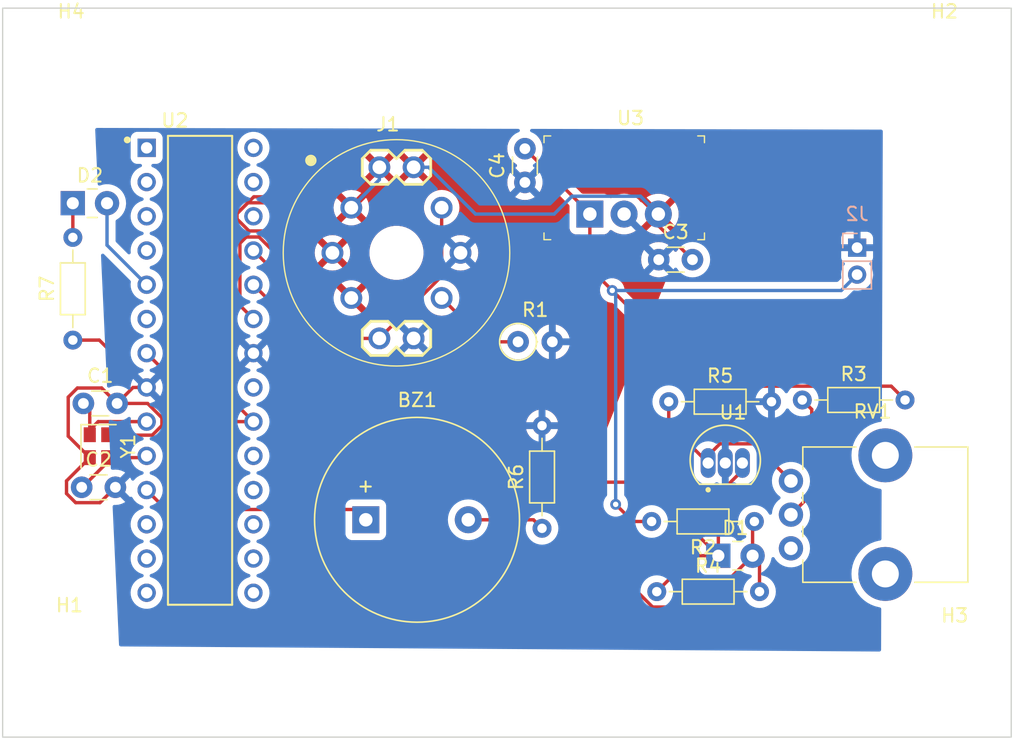
<source format=kicad_pcb>
(kicad_pcb (version 20211014) (generator pcbnew)

  (general
    (thickness 1.6)
  )

  (paper "A4")
  (layers
    (0 "F.Cu" signal)
    (31 "B.Cu" signal)
    (32 "B.Adhes" user "B.Adhesive")
    (33 "F.Adhes" user "F.Adhesive")
    (34 "B.Paste" user)
    (35 "F.Paste" user)
    (36 "B.SilkS" user "B.Silkscreen")
    (37 "F.SilkS" user "F.Silkscreen")
    (38 "B.Mask" user)
    (39 "F.Mask" user)
    (40 "Dwgs.User" user "User.Drawings")
    (41 "Cmts.User" user "User.Comments")
    (42 "Eco1.User" user "User.Eco1")
    (43 "Eco2.User" user "User.Eco2")
    (44 "Edge.Cuts" user)
    (45 "Margin" user)
    (46 "B.CrtYd" user "B.Courtyard")
    (47 "F.CrtYd" user "F.Courtyard")
    (48 "B.Fab" user)
    (49 "F.Fab" user)
    (50 "User.1" user)
    (51 "User.2" user)
    (52 "User.3" user)
    (53 "User.4" user)
    (54 "User.5" user)
    (55 "User.6" user)
    (56 "User.7" user)
    (57 "User.8" user)
    (58 "User.9" user)
  )

  (setup
    (pad_to_mask_clearance 0)
    (pcbplotparams
      (layerselection 0x00010fc_ffffffff)
      (disableapertmacros false)
      (usegerberextensions false)
      (usegerberattributes true)
      (usegerberadvancedattributes true)
      (creategerberjobfile true)
      (svguseinch false)
      (svgprecision 6)
      (excludeedgelayer true)
      (plotframeref false)
      (viasonmask false)
      (mode 1)
      (useauxorigin false)
      (hpglpennumber 1)
      (hpglpenspeed 20)
      (hpglpendiameter 15.000000)
      (dxfpolygonmode true)
      (dxfimperialunits true)
      (dxfusepcbnewfont true)
      (psnegative false)
      (psa4output false)
      (plotreference true)
      (plotvalue true)
      (plotinvisibletext false)
      (sketchpadsonfab false)
      (subtractmaskfromsilk false)
      (outputformat 1)
      (mirror false)
      (drillshape 1)
      (scaleselection 1)
      (outputdirectory "")
    )
  )

  (net 0 "")
  (net 1 "Net-(BZ1-Pad1)")
  (net 2 "Net-(BZ1-Pad2)")
  (net 3 "Net-(C1-Pad1)")
  (net 4 "GND")
  (net 5 "Net-(C2-Pad1)")
  (net 6 "5v")
  (net 7 "Net-(D1-Pad1)")
  (net 8 "Net-(D1-Pad2)")
  (net 9 "Net-(D2-Pad1)")
  (net 10 "Net-(D2-Pad2)")
  (net 11 "Net-(J1-PadB2)")
  (net 12 "Net-(R3-Pad1)")
  (net 13 "Net-(R5-Pad1)")
  (net 14 "unconnected-(RV1-Pad1)")
  (net 15 "unconnected-(U2-Pad1)")
  (net 16 "unconnected-(U2-Pad2)")
  (net 17 "unconnected-(U2-Pad3)")
  (net 18 "unconnected-(U2-Pad4)")
  (net 19 "unconnected-(U2-Pad6)")
  (net 20 "unconnected-(U2-Pad12)")
  (net 21 "unconnected-(U2-Pad13)")
  (net 22 "unconnected-(U2-Pad14)")
  (net 23 "unconnected-(U2-Pad15)")
  (net 24 "unconnected-(U2-Pad16)")
  (net 25 "unconnected-(U2-Pad17)")
  (net 26 "unconnected-(U2-Pad18)")
  (net 27 "unconnected-(U2-Pad19)")
  (net 28 "unconnected-(U2-Pad21)")
  (net 29 "unconnected-(U2-Pad26)")
  (net 30 "unconnected-(U2-Pad27)")
  (net 31 "unconnected-(U2-Pad28)")
  (net 32 "Net-(J1-Pad3)")
  (net 33 "9V")

  (footprint "Capacitor_THT:C_Disc_D3.0mm_W1.6mm_P2.50mm" (layer "F.Cu") (at 141.351 70.338 90))

  (footprint "MountingHole:MountingHole_3.2mm_M3" (layer "F.Cu") (at 173.228 106.68))

  (footprint "Resistor_THT:R_Axial_DIN0204_L3.6mm_D1.6mm_P7.62mm_Horizontal" (layer "F.Cu") (at 161.925 86.487))

  (footprint "Atmega:DIP794W46P254L2967H457Q28B" (layer "F.Cu") (at 117.257 84.284))

  (footprint "Capacitor_THT:C_Disc_D3.0mm_W1.6mm_P2.50mm" (layer "F.Cu") (at 108.478 92.964))

  (footprint "Resistor_THT:R_Axial_DIN0204_L3.6mm_D1.6mm_P7.62mm_Horizontal" (layer "F.Cu") (at 158.369 95.504 180))

  (footprint "Capacitor_THT:C_Disc_D3.0mm_W1.6mm_P2.50mm" (layer "F.Cu") (at 108.605 86.741))

  (footprint "Resistor_THT:R_Axial_DIN0204_L3.6mm_D1.6mm_P7.62mm_Horizontal" (layer "F.Cu") (at 152.019 86.614))

  (footprint "Oscillator:Oscillator_SMD_SeikoEpson_SG210-4Pin_2.5x2.0mm" (layer "F.Cu") (at 109.728 89.916 -90))

  (footprint "Resistor_THT:R_Axial_DIN0207_L6.3mm_D2.5mm_P2.54mm_Vertical" (layer "F.Cu") (at 140.843 82.169))

  (footprint "LED_THT:LED_Rectangular_W3.0mm_H2.0mm" (layer "F.Cu") (at 155.697 98.044))

  (footprint "MountingHole:MountingHole_3.2mm_M3" (layer "F.Cu") (at 172.466 61.849))

  (footprint "Resistor_THT:R_Axial_DIN0204_L3.6mm_D1.6mm_P7.62mm_Horizontal" (layer "F.Cu") (at 151.13 100.711))

  (footprint "Resistor_THT:R_Axial_DIN0204_L3.6mm_D1.6mm_P7.62mm_Horizontal" (layer "F.Cu") (at 142.621 96.012 90))

  (footprint "TL431:TO92127P520H660-3" (layer "F.Cu") (at 156.21 90.551))

  (footprint "MountingHole:MountingHole_3.2mm_M3" (layer "F.Cu") (at 107.696 61.849))

  (footprint "LED_THT:LED_Rectangular_W3.0mm_H2.0mm" (layer "F.Cu") (at 107.818 71.882))

  (footprint "Potentiometer_THT:Potentiometer_Alps_RK09K_Single_Vertical" (layer "F.Cu") (at 161.082 97.496))

  (footprint "digikey-footprints:3-SIP_Module_V7805-500" (layer "F.Cu") (at 146.167 72.689))

  (footprint "Capacitor_THT:C_Disc_D3.0mm_W1.6mm_P2.50mm" (layer "F.Cu") (at 151.277 76.073))

  (footprint "BOB:SPARKFUN_BOB-08891" (layer "F.Cu") (at 131.826 75.565))

  (footprint "Buzzer_Beeper:Buzzer_15x7.5RM7.6" (layer "F.Cu") (at 129.55 95.377))

  (footprint "MountingHole:MountingHole_3.2mm_M3" (layer "F.Cu") (at 107.569 105.918))

  (footprint "Resistor_THT:R_Axial_DIN0204_L3.6mm_D1.6mm_P7.62mm_Horizontal" (layer "F.Cu") (at 107.823 82.042 90))

  (footprint "Connector_PinSocket_2.00mm:PinSocket_1x02_P2.00mm_Vertical" (layer "B.Cu") (at 165.989 75.184 180))

  (gr_rect (start 102.616 57.404) (end 177.419 111.506) (layer "Edge.Cuts") (width 0.1) (fill none) (tstamp c5e7f077-eefe-4043-b113-028cbc6ff918))

  (segment (start 114.738 94.615) (end 113.297 93.174) (width 0.25) (layer "F.Cu") (net 1) (tstamp 3c8e49f5-f809-47af-b3a3-3a1f6015901b))
  (segment (start 129.55 95.377) (end 128.788 94.615) (width 0.25) (layer "F.Cu") (net 1) (tstamp 464655d4-e0b0-4d46-af04-62a9f12ec8d6))
  (segment (start 128.788 94.615) (end 114.738 94.615) (width 0.25) (layer "F.Cu") (net 1) (tstamp d927f09b-f47e-4004-a0f3-d9a233ec6be4))
  (segment (start 137.15 95.377) (end 141.986 95.377) (width 0.25) (layer "F.Cu") (net 2) (tstamp 2e2f66dd-287a-40c7-a2e8-8a6aa468dc9d))
  (segment (start 141.986 95.377) (end 142.621 96.012) (width 0.25) (layer "F.Cu") (net 2) (tstamp 78e1ca50-e9dd-4637-ac15-ab83d685fd16))
  (segment (start 109.078 89.066) (end 109.078 87.214) (width 0.25) (layer "F.Cu") (net 3) (tstamp 14161941-dea2-486d-b943-b4eaefffb72d))
  (segment (start 109.078 87.214) (end 108.605 86.741) (width 0.25) (layer "F.Cu") (net 3) (tstamp 2e063e32-434f-41bc-9bf8-8ca8082fbc83))
  (segment (start 109.700978 88.094) (end 113.297 88.094) (width 0.25) (layer "F.Cu") (net 3) (tstamp d9d4dd70-30cc-4a03-af4e-e0f55fe3b29c))
  (segment (start 109.078 89.066) (end 109.078 88.716978) (width 0.25) (layer "F.Cu") (net 3) (tstamp f85eb730-1816-47b9-8c7d-8346de2113b0))
  (segment (start 109.078 88.716978) (end 109.700978 88.094) (width 0.25) (layer "F.Cu") (net 3) (tstamp f9f3c75f-5508-4414-99c4-7ebdbe41e7ce))
  (segment (start 109.835 94.107) (end 110.978 92.964) (width 0.25) (layer "F.Cu") (net 4) (tstamp 0439a411-0fa3-45d5-8051-5659f172dbae))
  (segment (start 109.078 90.766) (end 107.480489 89.168489) (width 0.25) (layer "F.Cu") (net 4) (tstamp 20ff07be-b507-4de8-9863-47cf3423d1f7))
  (segment (start 107.823 82.042) (end 109.785 82.042) (width 0.25) (layer "F.Cu") (net 4) (tstamp 2c86b136-609e-47ac-a995-90f98d134c46))
  (segment (start 112.292 85.554) (end 111.105 86.741) (width 0.25) (layer "F.Cu") (net 4) (tstamp 31138b51-7bb1-4d39-9287-8b1fe49354e6))
  (segment (start 113.297 85.554) (end 112.292 85.554) (width 0.25) (layer "F.Cu") (net 4) (tstamp 350d55db-c3fa-4b1f-a9a9-fba2ef282a09))
  (segment (start 113.712669 89.097511) (end 114.427 88.38318) (width 0.25) (layer "F.Cu") (net 4) (tstamp 541cbe01-11d3-4dce-a517-407062f0ca4c))
  (segment (start 114.427 88.38318) (end 114.427 87.80482) (width 0.25) (layer "F.Cu") (net 4) (tstamp 550257af-6c18-4ae8-bb41-0eb3e959d8d0))
  (segment (start 110.378 89.066) (end 110.409511 89.097511) (width 0.25) (layer "F.Cu") (net 4) (tstamp 6cc71887-eab5-4e0e-8b4e-1e87ae44c6f8))
  (segment (start 108.1577 85.598) (end 109.962 85.598) (width 0.25) (layer "F.Cu") (net 4) (tstamp 71934942-6c19-42e4-9a1a-2d0d4228323d))
  (segment (start 107.480489 86.275211) (end 108.1577 85.598) (width 0.25) (layer "F.Cu") (net 4) (tstamp 7c0253ff-7d0d-4392-be1f-e0968399f9c2))
  (segment (start 107.353489 92.490511) (end 107.353489 93.429789) (width 0.25) (layer "F.Cu") (net 4) (tstamp 90a0b662-fd8b-47f0-b895-fb68761267bf))
  (segment (start 113.36318 86.741) (end 111.105 86.741) (width 0.25) (layer "F.Cu") (net 4) (tstamp 922cbb1d-3a08-41e8-a754-43bc0a4deab3))
  (segment (start 110.409511 89.097511) (end 113.712669 89.097511) (width 0.25) (layer "F.Cu") (net 4) (tstamp 9daf669e-d5e7-403f-bae4-bfbc0b8b318b))
  (segment (start 109.785 82.042) (end 113.297 85.554) (width 0.25) (layer "F.Cu") (net 4) (tstamp 9f9fbbdf-e5a4-4b1f-a147-c00cc048d94a))
  (segment (start 109.962 85.598) (end 111.105 86.741) (width 0.25) (layer "F.Cu") (net 4) (tstamp a04f7eef-e6ee-409b-9be0-7fed9b2e3d13))
  (segment (start 107.480489 89.168489) (end 107.480489 86.275211) (width 0.25) (layer "F.Cu") (net 4) (tstamp b6df3271-7ce0-4b09-956b-b028ae41b38b))
  (segment (start 109.078 90.766) (end 107.353489 92.490511) (width 0.25) (layer "F.Cu") (net 4) (tstamp be13c39f-6e01-4ebd-94ea-f1ead5118e57))
  (segment (start 114.427 87.80482) (end 113.36318 86.741) (width 0.25) (layer "F.Cu") (net 4) (tstamp db58a2eb-1cc6-4828-bd62-b15236b140af))
  (segment (start 108.0307 94.107) (end 109.835 94.107) (width 0.25) (layer "F.Cu") (net 4) (tstamp dcdf5fb2-3bc1-4691-87d3-c301be817e06))
  (segment (start 107.353489 93.429789) (end 108.0307 94.107) (width 0.25) (layer "F.Cu") (net 4) (tstamp f0db2bad-cc72-4d7a-9e6a-71ddba8f35e6))
  (segment (start 108.478 92.964) (end 108.529022 92.964) (width 0.25) (layer "F.Cu") (net 5) (tstamp 4155923b-05d2-447a-b7e2-287f0d7b8418))
  (segment (start 108.529022 92.964) (end 110.378 91.115022) (width 0.25) (layer "F.Cu") (net 5) (tstamp 957243db-8aff-426c-a869-88139867a589))
  (segment (start 113.165 90.766) (end 113.297 90.634) (width 0.25) (layer "F.Cu") (net 5) (tstamp c606b7b6-0c26-4e13-8da4-fce6383ba883))
  (segment (start 110.378 91.115022) (end 110.378 90.766) (width 0.25) (layer "F.Cu") (net 5) (tstamp d74ee2f5-582f-401d-b10d-2038e31193e1))
  (segment (start 110.378 90.766) (end 113.165 90.766) (width 0.25) (layer "F.Cu") (net 5) (tstamp f5d80dcd-42d2-4867-9695-c92ca7564c6f))
  (segment (start 121.217 88.094) (end 119.763969 86.640969) (width 0.25) (layer "F.Cu") (net 6) (tstamp 14982b81-f5f2-4657-af5c-e168cf0e2e7e))
  (segment (start 119.763969 72.887851) (end 120.801331 71.850489) (width 0.25) (layer "F.Cu") (net 6) (tstamp 16bedcb6-650d-42ba-af89-fbe132b37644))
  (segment (start 120.884789 73.940969) (end 125.451969 73.940969) (width 0.25) (layer "F.Cu") (net 6) (tstamp 2117942e-cf45-4927-8449-7b55c8e09cbc))
  (segment (start 125.451969 73.940969) (end 127.076 75.565) (width 0.25) (layer "F.Cu") (net 6) (tstamp 254295ef-7e28-48e9-9201-e463acaa8d0b))
  (segment (start 120 72.65182) (end 120 73.05618) (width 0.25) (layer "F.Cu") (net 6) (tstamp 2819f8bf-ac8e-41b7-bb72-93645a24ac97))
  (segment (start 123.361489 71.850489) (end 127.076 75.565) (width 0.25) (layer "F.Cu") (net 6) (tstamp 4900fe5d-db38-4100-adda-0c5414b1a3af))
  (segment (start 121.217 88.094) (end 118.377 88.094) (width 0.25) (layer "F.Cu") (net 6) (tstamp 6ca46236-9f6e-4d1b-aa30-2da3db686a9a))
  (segment (start 127.668 71.407) (end 121.24482 71.407) (width 0.25) (layer "F.Cu") (net 6) (tstamp 74996e42-260a-4888-b602-75af8e41310c))
  (segment (start 118.377 88.094) (end 113.297 83.014) (width 0.25) (layer "F.Cu") (net 6) (tstamp 7a9541d6-6dfb-4067-bf2c-e8e3f9dd3df0))
  (segment (start 119.763969 86.640969) (end 119.763969 72.887851) (width 0.25) (layer "F.Cu") (net 6) (tstamp 984104f0-820d-4667-9226-e405034166cc))
  (segment (start 120 73.05618) (end 120.884789 73.940969) (width 0.25) (layer "F.Cu") (net 6) (tstamp a16dd25c-e488-4b64-aaf0-dceea51e90d5))
  (segment (start 128.476 72.215) (end 127.668 71.407) (width 0.25) (layer "F.Cu") (net 6) (tstamp a816ff60-dc3a-46b2-9436-605635256773))
  (segment (start 120.801331 71.850489) (end 123.361489 71.850489) (width 0.25) (layer "F.Cu") (net 6) (tstamp b3fac471-0a19-4cbd-8334-25fd42a16985))
  (segment (start 151.247 73.543) (end 151.247 72.689) (width 0.25) (layer "F.Cu") (net 6) (tstamp e0ef2e6f-9bb6-4c1d-8e81-a0b7c3e1175a))
  (segment (start 153.777 76.073) (end 151.247 73.543) (width 0.25) (layer "F.Cu") (net 6) (tstamp e28d24da-f292-48d6-93bf-ed180f254eb2))
  (segment (start 121.24482 71.407) (end 120 72.65182) (width 0.25) (layer "F.Cu") (net 6) (tstamp edacafbf-b453-4837-b8b5-b38301c9ff9e))
  (segment (start 143.517978 72.689) (end 137.689 72.689) (width 0.25) (layer "B.Cu") (net 6) (tstamp 4df89c7b-7270-419e-8f1f-8c17b73aadd3))
  (segment (start 151.247 72.689) (end 149.922489 71.364489) (width 0.25) (layer "B.Cu") (net 6) (tstamp 5d6faedd-9b7d-479e-a4f3-d1bdb6c04481))
  (segment (start 137.689 72.689) (end 134.215 69.215) (width 0.25) (layer "B.Cu") (net 6) (tstamp 735bdb02-f3aa-40c4-a1c2-31cfa100438a))
  (segment (start 144.842489 71.364489) (end 143.517978 72.689) (width 0.25) (layer "B.Cu") (net 6) (tstamp b5e59c2f-1a5e-4e4a-ac8d-df447f147ecd))
  (segment (start 134.215 69.215) (end 133.096 69.215) (width 0.25) (layer "B.Cu") (net 6) (tstamp c14b08ee-d610-4002-a399-8b2d8a0d80b9))
  (segment (start 130.556 70.135) (end 130.556 69.215) (width 0.25) (layer "B.Cu") (net 6) (tstamp d57109a3-4bc7-418b-8daa-b9473362b439))
  (segment (start 128.476 72.215) (end 130.556 70.135) (width 0.25) (layer "B.Cu") (net 6) (tstamp e589ced4-f737-4f19-84ae-01912158105c))
  (segment (start 149.922489 71.364489) (end 144.842489 71.364489) (width 0.25) (layer "B.Cu") (net 6) (tstamp f2f245dc-4185-4a71-8822-65a391f2122d))
  (segment (start 157.48 91.163) (end 157.48 91.713) (width 0.25) (layer "F.Cu") (net 7) (tstamp 12a36830-7fc2-4c5a-ac9f-ef00769efdff))
  (segment (start 150.24052 92.58752) (end 155.697 98.044) (width 0.25) (layer "F.Cu") (net 7) (tstamp 1e50f304-a98a-4676-bc7b-ef60bc0a6882))
  (segment (start 153.797 98.044) (end 155.697 98.044) (width 0.25) (layer "F.Cu") (net 7) (tstamp 23dde389-7755-4679-8724-93a498f529a7))
  (segment (start 155.697 93.496) (end 155.697 98.044) (width 0.25) (layer "F.Cu") (net 7) (tstamp 353c4bf2-b5bd-42bf-ba0c-2726e8ca3444))
  (segment (start 138.41052 92.58752) (end 150.24052 92.58752) (width 0.25) (layer "F.Cu") (net 7) (tstamp 5756b436-b71c-4051-bf97-a4dc9752a661))
  (segment (start 121.217 75.394) (end 138.41052 92.58752) (width 0.25) (layer "F.Cu") (net 7) (tstamp 6224f07d-66df-46b3-a3db-c86f72b25990))
  (segment (start 157.48 91.713) (end 155.697 93.496) (width 0.25) (layer "F.Cu") (net 7) (tstamp 7d6cc5a5-9927-429e-ad80-67d7f0e5add3))
  (segment (start 151.13 100.711) (end 153.797 98.044) (width 0.25) (layer "F.Cu") (net 7) (tstamp c667ca1e-442b-401f-8bbc-33fe0e79e6b0))
  (segment (start 142.007162 93.03704) (end 150.824122 101.854) (width 0.25) (layer "F.Cu") (net 8) (tstamp 10fb89a7-a4b4-48ab-9169-48ca78c62eb5))
  (segment (start 158.237 95.636) (end 158.369 95.504) (width 0.25) (layer "F.Cu") (net 8) (tstamp 122ad76b-40a0-4730-8c01-5d5259b70679))
  (segment (start 158.75 98.557) (end 158.237 98.044) (width 0.25) (layer "F.Cu") (net 8) (tstamp 185a8c5d-80e3-43ab-ad29-005eb1679b20))
  (segment (start 150.824122 101.854) (end 154.427 101.854) (width 0.25) (layer "F.Cu") (net 8) (tstamp 26448838-f04e-4c59-a430-3ccb47cb31c2))
  (segment (start 158.75 100.711) (end 158.75 98.557) (width 0.25) (layer "F.Cu") (net 8) (tstamp 28dffc76-37dc-4700-a372-7d37ddf60a0a))
  (segment (start 154.427 101.854) (end 158.237 98.044) (width 0.25) (layer "F.Cu") (net 8) (tstamp 30e7d2d2-53fa-429f-939c-5e03b9694e90))
  (segment (start 158.237 98.044) (end 158.237 95.636) (width 0.25) (layer "F.Cu") (net 8) (tstamp b3c878df-6be9-477c-8377-2bdd3f8bb108))
  (segment (start 136.32004 93.03704) (end 142.007162 93.03704) (width 0.25) (layer "F.Cu") (net 8) (tstamp b45ed3d7-6384-4452-af88-cf6ab77a61c9))
  (segment (start 121.217 77.934) (end 136.32004 93.03704) (width 0.25) (layer "F.Cu") (net 8) (tstamp e9230489-41df-4a46-9e7c-fbed834af90c))
  (segment (start 107.823 71.887) (end 107.818 71.882) (width 0.25) (layer "F.Cu") (net 9) (tstamp 36e55a43-51b2-44bc-a07e-0bd13f1fdcae))
  (segment (start 107.823 74.422) (end 107.823 71.887) (width 0.25) (layer "F.Cu") (net 9) (tstamp 7b890d9d-8011-4b4d-96e0-f827d6cbd29f))
  (segment (start 110.358 74.995) (end 110.358 71.882) (width 0.25) (layer "B.Cu") (net 10) (tstamp 1ea81b58-18f8-4fde-8b05-dd0018448357))
  (segment (start 113.297 77.934) (end 110.358 74.995) (width 0.25) (layer "B.Cu") (net 10) (tstamp edec7dc4-782f-4522-bfe6-0d611a9c3f91))
  (segment (start 138.43 82.169) (end 140.843 82.169) (width 0.25) (layer "F.Cu") (net 11) (tstamp 5bdae9a0-c252-43cf-a6ca-d9128acecc9d))
  (segment (start 135.176 78.915) (end 138.43 82.169) (width 0.25) (layer "F.Cu") (net 11) (tstamp 712dd030-7bc2-43a4-a9a6-c67c70598870))
  (segment (start 162.625 93.453) (end 161.082 94.996) (width 0.25) (layer "F.Cu") (net 12) (tstamp 730889f9-657c-4b21-bd4e-1de986992a6a))
  (segment (start 162.625 87.187) (end 162.625 93.453) (width 0.25) (layer "F.Cu") (net 12) (tstamp 8e5a167d-8d2d-4597-a7b3-b84aab4190da))
  (segment (start 161.925 86.487) (end 162.625 87.187) (width 0.25) (layer "F.Cu") (net 12) (tstamp a2110224-c110-44aa-9349-4f5e292a5bca))
  (segment (start 158.32448 89.73848) (end 155.81452 89.73848) (width 0.25) (layer "F.Cu") (net 13) (tstamp 24038b10-f9db-44c7-834b-6d0f9c25e710))
  (segment (start 152.019 86.614) (end 152.019 88.242) (width 0.25) (layer "F.Cu") (net 13) (tstamp 48a8a7a2-f6f3-4795-9c76-233336b97da8))
  (segment (start 152.019 88.242) (end 154.94 91.163) (width 0.25) (layer "F.Cu") (net 13) (tstamp b1d035b5-ae56-4294-bef3-20972824c163))
  (segment (start 155.81452 89.73848) (end 154.94 90.613) (width 0.25) (layer "F.Cu") (net 13) (tstamp bfdda7ba-697d-4318-9d34-c012e7519784))
  (segment (start 154.94 90.613) (end 154.94 91.163) (width 0.25) (layer "F.Cu") (net 13) (tstamp db97cd48-e0bb-47bc-b217-23b917f57341))
  (segment (start 161.082 92.496) (end 158.32448 89.73848) (width 0.25) (layer "F.Cu") (net 13) (tstamp ff42fb7c-1536-4c34-a41e-a6a24684d712))
  (segment (start 120.681511 74.390489) (end 120.213489 74.858511) (width 0.25) (layer "F.Cu") (net 32) (tstamp 176e3d5e-8a46-4326-b64f-26e5bcfe595d))
  (segment (start 120.213489 79.470489) (end 121.217 80.474) (width 0.25) (layer "F.Cu") (net 32) (tstamp 17f9b1bc-6cc8-459f-92f7-3e0e50170034))
  (segment (start 130.556 81.915) (end 129.15718 81.915) (width 0.25) (layer "F.Cu") (net 32) (tstamp 44f133f8-1cc4-4cb2-bcec-5142854a2bc5))
  (segment (start 120.213489 74.858511) (end 120.213489 79.470489) (width 0.25) (layer "F.Cu") (net 32) (tstamp 46e342ab-66e0-4fd7-be88-f615bcf0f9dc))
  (segment (start 135.176 77.295) (end 130.556 81.915) (width 0.25) (layer "F.Cu") (net 32) (tstamp 49a13790-d6d5-4c59-a4ca-5c5db08d2298))
  (segment (start 121.632669 74.390489) (end 120.681511 74.390489) (width 0.25) (layer "F.Cu") (net 32) (tstamp 51e289be-af26-43da-9e28-9ea53141caf1))
  (segment (start 135.176 72.215) (end 135.176 77.295) (width 0.25) (layer "F.Cu") (net 32) (tstamp f7dfe6d8-4ac4-4484-8fac-fdab7ba5e381))
  (segment (start 129.15718 81.915) (end 121.632669 74.390489) (width 0.25) (layer "F.Cu") (net 32) (tstamp fe7cefa7-55da-4950-b3c6-ea7a307f7d4b))
  (segment (start 150.749 95.504) (end 149.352 95.504) (width 0.25) (layer "F.Cu") (net 33) (tstamp 0223c911-e57a-4bf4-b54a-93d90aa81d13))
  (segment (start 168.520489 85.462489) (end 154.931489 85.462489) (width 0.25) (layer "F.Cu") (net 33) (tstamp 388e409a-b600-4c8d-9cf6-177c093b06ae))
  (segment (start 146.167 72.654) (end 146.167 72.689) (width 0.25) (layer "F.Cu") (net 33) (tstamp 4f166592-3d56-4586-96e0-d26c176fddc4))
  (segment (start 149.352 95.504) (end 148.082 94.234) (width 0.25) (layer "F.Cu") (net 33) (tstamp 50359f8c-9e28-45f3-aef6-3ad3dd6de061))
  (segment (start 147.828 78.359) (end 146.167 76.698) (width 0.25) (layer "F.Cu") (net 33) (tstamp 557c6612-88d7-45e9-8e01-5a32cfe0748d))
  (segment (start 146.167 76.698) (end 146.167 72.689) (width 0.25) (layer "F.Cu") (net 33) (tstamp 916f8db7-8766-40ec-8030-757215135bb8))
  (segment (start 141.351 67.838) (end 146.167 72.654) (width 0.25) (layer "F.Cu") (net 33) (tstamp 9b785b00-87e7-4519-b14d-a6a10248cac8))
  (segment (start 154.931489 85.462489) (end 147.828 78.359) (width 0.25) (layer "F.Cu") (net 33) (tstamp a5242b04-37e6-4c96-8c02-9c0cce0a951f))
  (segment (start 169.545 86.487) (end 168.520489 85.462489) (width 0.25) (layer "F.Cu") (net 33) (tstamp c1c7ef45-d292-4195-928d-dc413afc25b5))
  (via (at 148.082 94.234) (size 0.8) (drill 0.4) (layers "F.Cu" "B.Cu") (net 33) (tstamp 481db738-3bbb-4aa7-909a-8cc87aa2078c))
  (via (at 147.828 78.359) (size 0.8) (drill 0.4) (layers "F.Cu" "B.Cu") (net 33) (tstamp e380423f-1efc-47ef-9374-4cf7fff74eab))
  (segment (start 165.989 77.184) (end 164.814 78.359) (width 0.25) (layer "B.Cu") (net 33) (tstamp 04d64fc4-b5b6-4a1f-8979-b9de409ca47c))
  (segment (start 164.814 78.359) (end 147.828 78.359) (width 0.25) (layer "B.Cu") (net 33) (tstamp 1b66877a-183e-4f6a-adfd-79513c381927))
  (segment (start 148.082 78.613) (end 147.828 78.359) (width 0.25) (layer "B.Cu") (net 33) (tstamp 44f0592a-3ad6-4e0c-8dca-4c2c0bb48671))
  (segment (start 148.082 94.234) (end 148.082 78.613) (width 0.25) (layer "B.Cu") (net 33) (tstamp e64a92de-b216-46b7-be10-e5f6749853b8))

  (zone (net 6) (net_name "5v") (layer "F.Cu") (tstamp e5857314-ea1f-43cb-9362-eb23732c0d58) (hatch edge 0.508)
    (connect_pads (clearance 0.508))
    (min_thickness 0.254) (filled_areas_thickness no)
    (fill yes (thermal_gap 0.508) (thermal_bridge_width 0.508))
    (polygon
      (pts
        (xy 146.558 90.805)
        (xy 124 85)
        (xy 125 67)
        (xy 156.21 66.548)
      )
    )
    (filled_polygon
      (layer "F.Cu")
      (pts
        (xy 140.321889 66.798105)
        (xy 140.369154 66.851081)
        (xy 140.380274 66.921202)
        (xy 140.351829 66.986072)
        (xy 140.348694 66.989808)
        (xy 140.344802 66.9937)
        (xy 140.213477 67.181251)
        (xy 140.211154 67.186233)
        (xy 140.211151 67.186238)
        (xy 140.119039 67.383775)
        (xy 140.116716 67.388757)
        (xy 140.057457 67.609913)
        (xy 140.037502 67.838)
        (xy 140.057457 68.066087)
        (xy 140.058881 68.0714)
        (xy 140.058881 68.071402)
        (xy 140.090375 68.188936)
        (xy 140.116716 68.287243)
        (xy 140.119039 68.292224)
        (xy 140.119039 68.292225)
        (xy 140.211151 68.489762)
        (xy 140.211154 68.489767)
        (xy 140.213477 68.494749)
        (xy 140.216634 68.499257)
        (xy 140.323906 68.652457)
        (xy 140.344802 68.6823)
        (xy 140.5067 68.844198)
        (xy 140.511208 68.847355)
        (xy 140.511211 68.847357)
        (xy 140.614876 68.919944)
        (xy 140.694251 68.975523)
        (xy 140.699233 68.977846)
        (xy 140.701027 68.978882)
        (xy 140.750019 69.030266)
        (xy 140.763454 69.099979)
        (xy 140.737066 69.16589)
        (xy 140.701027 69.197118)
        (xy 140.699233 69.198154)
        (xy 140.694251 69.200477)
        (xy 140.655213 69.227812)
        (xy 140.511211 69.328643)
        (xy 140.511208 69.328645)
        (xy 140.5067 69.331802)
        (xy 140.344802 69.4937)
        (xy 140.213477 69.681251)
        (xy 140.211154 69.686233)
        (xy 140.211151 69.686238)
        (xy 140.119039 69.883775)
        (xy 140.116716 69.888757)
        (xy 140.115294 69.894065)
        (xy 140.115293 69.894067)
        (xy 140.104298 69.9351)
        (xy 140.057457 70.109913)
        (xy 140.037502 70.338)
        (xy 140.057457 70.566087)
        (xy 140.116716 70.787243)
        (xy 140.119039 70.792224)
        (xy 140.119039 70.792225)
        (xy 140.211151 70.989762)
        (xy 140.211154 70.989767)
        (xy 140.213477 70.994749)
        (xy 140.216634 70.999257)
        (xy 140.340547 71.176223)
        (xy 140.344802 71.1823)
        (xy 140.5067 71.344198)
        (xy 140.511208 71.347355)
        (xy 140.511211 71.347357)
        (xy 140.543619 71.370049)
        (xy 140.694251 71.475523)
        (xy 140.699233 71.477846)
        (xy 140.699238 71.477849)
        (xy 140.896775 71.569961)
        (xy 140.901757 71.572284)
        (xy 140.907065 71.573706)
        (xy 140.907067 71.573707)
        (xy 141.117598 71.630119)
        (xy 141.1176 71.630119)
        (xy 141.122913 71.631543)
        (xy 141.351 71.651498)
        (xy 141.579087 71.631543)
        (xy 141.5844 71.630119)
        (xy 141.584402 71.630119)
        (xy 141.794933 71.573707)
        (xy 141.794935 71.573706)
        (xy 141.800243 71.572284)
        (xy 141.805225 71.569961)
        (xy 142.002762 71.477849)
        (xy 142.002767 71.477846)
        (xy 142.007749 71.475523)
        (xy 142.158381 71.370049)
        (xy 142.190789 71.347357)
        (xy 142.190792 71.347355)
        (xy 142.1953 71.344198)
        (xy 142.357198 71.1823)
        (xy 142.361454 71.176223)
        (xy 142.485366 70.999257)
        (xy 142.488523 70.994749)
        (xy 142.490846 70.989767)
        (xy 142.490849 70.989762)
        (xy 142.582961 70.792225)
        (xy 142.582961 70.792224)
        (xy 142.585284 70.787243)
        (xy 142.644543 70.566087)
        (xy 142.664327 70.33996)
        (xy 142.690191 70.273842)
        (xy 142.747694 70.232202)
        (xy 142.818582 70.228262)
        (xy 142.878943 70.261847)
        (xy 144.621595 72.004499)
        (xy 144.655621 72.066811)
        (xy 144.6585 72.093594)
        (xy 144.6585 73.737134)
        (xy 144.665255 73.799316)
        (xy 144.716385 73.935705)
        (xy 144.803739 74.052261)
        (xy 144.920295 74.139615)
        (xy 145.056684 74.190745)
        (xy 145.118866 74.1975)
        (xy 145.4075 74.1975)
        (xy 145.475621 74.217502)
        (xy 145.522114 74.271158)
        (xy 145.5335 74.3235)
        (xy 145.5335 76.619233)
        (xy 145.532973 76.630416)
        (xy 145.531298 76.637909)
        (xy 145.531547 76.645835)
        (xy 145.531547 76.645836)
        (xy 145.533438 76.705986)
        (xy 145.5335 76.709945)
        (xy 145.5335 76.737856)
        (xy 145.533997 76.74179)
        (xy 145.533997 76.741791)
        (xy 145.534005 76.741856)
        (xy 145.534938 76.753693)
        (xy 145.536327 76.797889)
        (xy 145.541978 76.817339)
        (xy 145.545987 76.8367)
        (xy 145.548526 76.856797)
        (xy 145.551445 76.864168)
        (xy 145.551445 76.86417)
        (xy 145.564804 76.897912)
        (xy 145.568649 76.909142)
        (xy 145.580982 76.951593)
        (xy 145.585015 76.958412)
        (xy 145.585017 76.958417)
        (xy 145.591293 76.969028)
        (xy 145.599988 76.986776)
        (xy 145.607448 77.005617)
        (xy 145.61211 77.012033)
        (xy 145.61211 77.012034)
        (xy 145.633436 77.041387)
        (xy 145.639952 77.051307)
        (xy 145.662458 77.089362)
        (xy 145.676779 77.103683)
        (xy 145.689619 77.118716)
        (xy 145.701528 77.135107)
        (xy 145.707634 77.140158)
        (xy 145.735605 77.163298)
        (xy 145.744384 77.171288)
        (xy 146.880878 78.307783)
        (xy 146.914904 78.370095)
        (xy 146.917093 78.383706)
        (xy 146.934458 78.548928)
        (xy 146.993473 78.730556)
        (xy 147.08896 78.895944)
        (xy 147.216747 79.037866)
        (xy 147.371248 79.150118)
        (xy 147.377276 79.152802)
        (xy 147.377278 79.152803)
        (xy 147.512652 79.213075)
        (xy 147.545712 79.227794)
        (xy 147.639113 79.247647)
        (xy 147.726056 79.266128)
        (xy 147.726061 79.266128)
        (xy 147.732513 79.2675)
        (xy 147.788406 79.2675)
        (xy 147.856527 79.287502)
        (xy 147.877501 79.304405)
        (xy 150.148532 81.575436)
        (xy 150.182558 81.637748)
        (xy 150.176509 81.711115)
        (xy 149.479415 83.463022)
        (xy 146.94361 89.835903)
        (xy 146.599021 90.701909)
        (xy 146.555251 90.757808)
        (xy 146.488209 90.781169)
        (xy 146.45055 90.777349)
        (xy 142.792127 89.835903)
        (xy 142.73114 89.799556)
        (xy 142.699486 89.736006)
        (xy 142.707215 89.665431)
        (xy 142.751872 89.610238)
        (xy 142.812545 89.588359)
        (xy 142.826164 89.587167)
        (xy 142.826171 89.587166)
        (xy 142.831655 89.586686)
        (xy 142.836968 89.585262)
        (xy 142.83697 89.585262)
        (xy 143.0306 89.533379)
        (xy 143.030602 89.533378)
        (xy 143.03591 89.531956)
        (xy 143.040892 89.529633)
        (xy 143.222577 89.444912)
        (xy 143.22258 89.44491)
        (xy 143.227558 89.442589)
        (xy 143.400776 89.321301)
        (xy 143.550301 89.171776)
        (xy 143.671589 88.998558)
        (xy 143.760956 88.80691)
        (xy 143.786635 88.711077)
        (xy 143.814262 88.60797)
        (xy 143.814262 88.607968)
        (xy 143.815686 88.602655)
        (xy 143.834116 88.392)
        (xy 143.815686 88.181345)
        (xy 143.760956 87.97709)
        (xy 143.671589 87.785442)
        (xy 143.550301 87.612224)
        (xy 143.400776 87.462699)
        (xy 143.227558 87.341411)
        (xy 143.22258 87.33909)
        (xy 143.222577 87.339088)
        (xy 143.040892 87.254367)
        (xy 143.040891 87.254366)
        (xy 143.03591 87.252044)
        (xy 143.030602 87.250622)
        (xy 143.0306 87.250621)
        (xy 142.83697 87.198738)
        (xy 142.836968 87.198738)
        (xy 142.831655 87.197314)
        (xy 142.621 87.178884)
        (xy 142.410345 87.197314)
        (xy 142.405032 87.198738)
        (xy 142.40503 87.198738)
        (xy 142.2114 87.250621)
        (xy 142.211398 87.250622)
        (xy 142.20609 87.252044)
        (xy 142.201109 87.254366)
        (xy 142.201108 87.254367)
        (xy 142.019423 87.339088)
        (xy 142.01942 87.33909)
        (xy 142.014442 87.341411)
        (xy 141.841224 87.462699)
        (xy 141.691699 87.612224)
        (xy 141.570411 87.785442)
        (xy 141.481044 87.97709)
        (xy 141.426314 88.181345)
        (xy 141.407884 88.392)
        (xy 141.426314 88.602655)
        (xy 141.427738 88.607968)
        (xy 141.427738 88.60797)
        (xy 141.455366 88.711077)
        (xy 141.481044 88.80691)
        (xy 141.570411 88.998558)
        (xy 141.691699 89.171776)
        (xy 141.841224 89.321301)
        (xy 141.881834 89.349736)
        (xy 141.926162 89.405194)
        (xy 141.933471 89.475813)
        (xy 141.90144 89.539173)
        (xy 141.840239 89.575158)
        (xy 141.778164 89.574973)
        (xy 135.549494 87.972108)
        (xy 134.426891 87.683221)
        (xy 134.369197 87.650292)
        (xy 130.12469 83.405785)
        (xy 130.090664 83.343473)
        (xy 130.095729 83.272658)
        (xy 130.138276 83.215822)
        (xy 130.204796 83.191011)
        (xy 130.246395 83.194983)
        (xy 130.283535 83.204935)
        (xy 130.321204 83.215028)
        (xy 130.321206 83.215028)
        (xy 130.326519 83.216452)
        (xy 130.556 83.236529)
        (xy 130.785481 83.216452)
        (xy 130.790794 83.215028)
        (xy 130.790796 83.215028)
        (xy 131.00268 83.158254)
        (xy 131.002682 83.158253)
        (xy 131.00799 83.156831)
        (xy 131.012972 83.154508)
        (xy 131.211778 83.061804)
        (xy 131.211783 83.061801)
        (xy 131.216765 83.059478)
        (xy 131.405462 82.92735)
        (xy 131.56835 82.764462)
        (xy 131.57226 82.758879)
        (xy 131.697321 82.580273)
        (xy 131.697322 82.580271)
        (xy 131.700478 82.575764)
        (xy 131.702801 82.570782)
        (xy 131.702804 82.570777)
        (xy 131.711805 82.551473)
        (xy 131.758722 82.498188)
        (xy 131.826999 82.478727)
        (xy 131.894959 82.499269)
        (xy 131.940195 82.551473)
        (xy 131.949196 82.570777)
        (xy 131.949199 82.570782)
        (xy 131.951522 82.575764)
        (xy 131.954678 82.580271)
        (xy 131.954679 82.580273)
        (xy 132.079741 82.758879)
        (xy 132.08365 82.764462)
        (xy 132.246538 82.92735)
        (xy 132.435235 83.059478)
        (xy 132.440217 83.061801)
        (xy 132.440222 83.061804)
        (xy 132.639028 83.154508)
        (xy 132.64401 83.156831)
        (xy 132.649318 83.158253)
        (xy 132.64932 83.158254)
        (xy 132.861204 83.215028)
        (xy 132.861206 83.215028)
        (xy 132.866519 83.216452)
        (xy 133.096 83.236529)
        (xy 133.325481 83.216452)
        (xy 133.330794 83.215028)
        (xy 133.330796 83.215028)
        (xy 133.54268 83.158254)
        (xy 133.542682 83.158253)
        (xy 133.54799 83.156831)
        (xy 133.552972 83.154508)
        (xy 133.751778 83.061804)
        (xy 133.751783 83.061801)
        (xy 133.756765 83.059478)
        (xy 133.945462 82.92735)
        (xy 134.10835 82.764462)
        (xy 134.11226 82.758879)
        (xy 134.237321 82.580273)
        (xy 134.237322 82.580271)
        (xy 134.240478 82.575764)
        (xy 134.242801 82.570782)
        (xy 134.242804 82.570777)
        (xy 134.335508 82.371972)
        (xy 134.335509 82.371971)
        (xy 134.337831 82.36699)
        (xy 134.397452 82.144481)
        (xy 134.417529 81.915)
        (xy 134.397452 81.685519)
        (xy 134.384652 81.637748)
        (xy 134.339254 81.46832)
        (xy 134.339253 81.468318)
        (xy 134.337831 81.46301)
        (xy 134.335508 81.458028)
        (xy 134.242804 81.259223)
        (xy 134.242801 81.259218)
        (xy 134.240478 81.254236)
        (xy 134.237321 81.249727)
        (xy 134.111509 81.070049)
        (xy 134.111507 81.070046)
        (xy 134.10835 81.065538)
        (xy 133.945462 80.90265)
        (xy 133.908661 80.876881)
        (xy 133.862653 80.844666)
        (xy 133.756765 80.770522)
        (xy 133.751783 80.768199)
        (xy 133.751778 80.768196)
        (xy 133.552972 80.675492)
        (xy 133.552971 80.675492)
        (xy 133.54799 80.673169)
        (xy 133.542682 80.671747)
        (xy 133.54268 80.671746)
        (xy 133.330796 80.614972)
        (xy 133.330794 80.614972)
        (xy 133.325481 80.613548)
        (xy 133.096 80.593471)
        (xy 133.090525 80.59395)
        (xy 133.090514 80.59395)
        (xy 133.087371 80.594225)
        (xy 133.086003 80.59395)
        (xy 133.085018 80.59395)
        (xy 133.085018 80.593752)
        (xy 133.017767 80.580237)
        (xy 132.966774 80.530838)
        (xy 132.950583 80.461712)
        (xy 132.974335 80.394807)
        (xy 132.987294 80.37961)
        (xy 133.827835 79.539069)
        (xy 133.890147 79.505043)
        (xy 133.960962 79.510108)
        (xy 134.017798 79.552655)
        (xy 134.025967 79.56629)
        (xy 134.026446 79.566013)
        (xy 134.029197 79.570777)
        (xy 134.031522 79.575764)
        (xy 134.034678 79.580271)
        (xy 134.034679 79.580273)
        (xy 134.071568 79.632955)
        (xy 134.16365 79.764462)
        (xy 134.326538 79.92735)
        (xy 134.515235 80.059478)
        (xy 134.520217 80.061801)
        (xy 134.520222 80.061804)
        (xy 134.719028 80.154508)
        (xy 134.72401 80.156831)
        (xy 134.729318 80.158253)
        (xy 134.72932 80.158254)
        (xy 134.941204 80.215028)
        (xy 134.941206 80.215028)
        (xy 134.946519 80.216452)
        (xy 135.176 80.236529)
        (xy 135.405481 80.216452)
        (xy 135.415576 80.213747)
        (xy 135.474076 80.198073)
        (xy 135.545052 80.199763)
        (xy 135.595781 80.230685)
        (xy 137.926348 82.561253)
        (xy 137.933888 82.569539)
        (xy 137.938 82.576018)
        (xy 137.943777 82.581443)
        (xy 137.987651 82.622643)
        (xy 137.990493 82.625398)
        (xy 138.01023 82.645135)
        (xy 138.013427 82.647615)
        (xy 138.022447 82.655318)
        (xy 138.054679 82.685586)
        (xy 138.061625 82.689405)
        (xy 138.061628 82.689407)
        (xy 138.072434 82.695348)
        (xy 138.088953 82.706199)
        (xy 138.104959 82.718614)
        (xy 138.112228 82.721759)
        (xy 138.112232 82.721762)
        (xy 138.145537 82.736174)
        (xy 138.156187 82.741391)
        (xy 138.19494 82.762695)
        (xy 138.202615 82.764666)
        (xy 138.202616 82.764666)
        (xy 138.214562 82.767733)
        (xy 138.233267 82.774137)
        (xy 138.251855 82.782181)
        (xy 138.259678 82.78342)
        (xy 138.259688 82.783423)
        (xy 138.295524 82.789099)
        (xy 138.307144 82.791505)
        (xy 138.342289 82.800528)
        (xy 138.34997 82.8025)
        (xy 138.370224 82.8025)
        (xy 138.389934 82.804051)
        (xy 138.409943 82.80722)
        (xy 138.417835 82.806474)
        (xy 138.453961 82.803059)
        (xy 138.465819 82.8025)
        (xy 139.623606 82.8025)
        (xy 139.691727 82.822502)
        (xy 139.726819 82.856229)
        (xy 139.836802 83.0133)
        (xy 139.9987 83.175198)
        (xy 140.003208 83.178355)
        (xy 140.003211 83.178357)
        (xy 140.058301 83.216931)
        (xy 140.186251 83.306523)
        (xy 140.191233 83.308846)
        (xy 140.191238 83.308849)
        (xy 140.388775 83.400961)
        (xy 140.393757 83.403284)
        (xy 140.399065 83.404706)
        (xy 140.399067 83.404707)
        (xy 140.609598 83.461119)
        (xy 140.6096 83.461119)
        (xy 140.614913 83.462543)
        (xy 140.843 83.482498)
        (xy 141.071087 83.462543)
        (xy 141.0764 83.461119)
        (xy 141.076402 83.461119)
        (xy 141.286933 83.404707)
        (xy 141.286935 83.404706)
        (xy 141.292243 83.403284)
        (xy 141.297225 83.400961)
        (xy 141.494762 83.308849)
        (xy 141.494767 83.308846)
        (xy 141.499749 83.306523)
        (xy 141.627699 83.216931)
        (xy 141.682789 83.178357)
        (xy 141.682792 83.178355)
        (xy 141.6873 83.175198)
        (xy 141.849198 83.0133)
        (xy 141.980523 82.825749)
        (xy 141.982846 82.820767)
        (xy 141.982849 82.820762)
        (xy 141.998805 82.786543)
        (xy 142.045722 82.733258)
        (xy 142.113999 82.713797)
        (xy 142.181959 82.734339)
        (xy 142.227195 82.786543)
        (xy 142.243151 82.820762)
        (xy 142.243154 82.820767)
        (xy 142.245477 82.825749)
        (xy 142.376802 83.0133)
        (xy 142.5387 83.175198)
        (xy 142.543208 83.178355)
        (xy 142.543211 83.178357)
        (xy 142.598301 83.216931)
        (xy 142.726251 83.306523)
        (xy 142.731233 83.308846)
        (xy 142.731238 83.308849)
        (xy 142.928775 83.400961)
        (xy 142.933757 83.403284)
        (xy 142.939065 83.404706)
        (xy 142.939067 83.404707)
        (xy 143.149598 83.461119)
        (xy 143.1496 83.461119)
        (xy 143.154913 83.462543)
        (xy 143.383 83.482498)
        (xy 143.611087 83.462543)
        (xy 143.6164 83.461119)
        (xy 143.616402 83.461119)
        (xy 143.826933 83.404707)
        (xy 143.826935 83.404706)
        (xy 143.832243 83.403284)
        (xy 143.837225 83.400961)
        (xy 144.034762 83.308849)
        (xy 144.034767 83.308846)
        (xy 144.039749 83.306523)
        (xy 144.167699 83.216931)
        (xy 144.222789 83.178357)
        (xy 144.222792 83.178355)
        (xy 144.2273 83.175198)
        (xy 144.389198 83.0133)
        (xy 144.520523 82.825749)
        (xy 144.522846 82.820767)
        (xy 144.522849 82.820762)
        (xy 144.614961 82.623225)
        (xy 144.614961 82.623224)
        (xy 144.617284 82.618243)
        (xy 144.654668 82.478727)
        (xy 144.675119 82.402402)
        (xy 144.675119 82.4024)
        (xy 144.676543 82.397087)
        (xy 144.696498 82.169)
        (xy 144.676543 81.940913)
        (xy 144.617284 81.719757)
        (xy 144.563148 81.603661)
        (xy 144.522849 81.517238)
        (xy 144.522846 81.517233)
        (xy 144.520523 81.512251)
        (xy 144.389198 81.3247)
        (xy 144.2273 81.162802)
        (xy 144.222792 81.159645)
        (xy 144.222789 81.159643)
        (xy 144.088393 81.065538)
        (xy 144.039749 81.031477)
        (xy 144.034767 81.029154)
        (xy 144.034762 81.029151)
        (xy 143.837225 80.937039)
        (xy 143.837224 80.937039)
        (xy 143.832243 80.934716)
        (xy 143.826935 80.933294)
        (xy 143.826933 80.933293)
        (xy 143.616402 80.876881)
        (xy 143.6164 80.876881)
        (xy 143.611087 80.875457)
        (xy 143.383 80.855502)
        (xy 143.154913 80.875457)
        (xy 143.1496 80.876881)
        (xy 143.149598 80.876881)
        (xy 142.939067 80.933293)
        (xy 142.939065 80.933294)
        (xy 142.933757 80.934716)
        (xy 142.928776 80.937039)
        (xy 142.928775 80.937039)
        (xy 142.731238 81.029151)
        (xy 142.731233 81.029154)
        (xy 142.726251 81.031477)
        (xy 142.677607 81.065538)
        (xy 142.543211 81.159643)
        (xy 142.543208 81.159645)
        (xy 142.5387 81.162802)
        (xy 142.376802 81.3247)
        (xy 142.245477 81.512251)
        (xy 142.243154 81.517233)
        (xy 142.243151 81.517238)
        (xy 142.227195 81.551457)
        (xy 142.180278 81.604742)
        (xy 142.112001 81.624203)
        (xy 142.044041 81.603661)
        (xy 141.998805 81.551457)
        (xy 141.982849 81.517238)
        (xy 141.982846 81.517233)
        (xy 141.980523 81.512251)
        (xy 141.849198 81.3247)
        (xy 141.6873 81.162802)
        (xy 141.682792 81.159645)
        (xy 141.682789 81.159643)
        (xy 141.548393 81.065538)
        (xy 141.499749 81.031477)
        (xy 141.494767 81.029154)
        (xy 141.494762 81.029151)
        (xy 141.297225 80.937039)
        (xy 141.297224 80.937039)
        (xy 141.292243 80.934716)
        (xy 141.286935 80.933294)
        (xy 141.286933 80.933293)
        (xy 141.076402 80.876881)
        (xy 141.0764 80.876881)
        (xy 141.071087 80.875457)
        (xy 140.843 80.855502)
        (xy 140.614913 80.875457)
        (xy 140.6096 80.876881)
        (xy 140.609598 80.876881)
        (xy 140.399067 80.933293)
        (xy 140.399065 80.933294)
        (xy 140.393757 80.934716)
        (xy 140.388776 80.937039)
        (xy 140.388775 80.937039)
        (xy 140.191238 81.029151)
        (xy 140.191233 81.029154)
        (xy 140.186251 81.031477)
        (xy 140.137607 81.065538)
        (xy 140.003211 81.159643)
        (xy 140.003208 81.159645)
        (xy 139.9987 81.162802)
        (xy 139.836802 81.3247)
        (xy 139.833645 81.329208)
        (xy 139.833643 81.329211)
        (xy 139.726819 81.481771)
        (xy 139.671362 81.526099)
        (xy 139.623606 81.5355)
        (xy 138.744594 81.5355)
        (xy 138.676473 81.515498)
        (xy 138.655499 81.498595)
        (xy 136.491685 79.33478)
        (xy 136.457659 79.272468)
        (xy 136.459073 79.213075)
        (xy 136.476027 79.149799)
        (xy 136.477452 79.144481)
        (xy 136.497529 78.915)
        (xy 136.477452 78.685519)
        (xy 136.442535 78.555206)
        (xy 136.419254 78.46832)
        (xy 136.419253 78.468318)
        (xy 136.417831 78.46301)
        (xy 136.380852 78.383708)
        (xy 136.322804 78.259223)
        (xy 136.322801 78.259218)
        (xy 136.320478 78.254236)
        (xy 136.317321 78.249727)
        (xy 136.191509 78.070049)
        (xy 136.191507 78.070046)
        (xy 136.18835 78.065538)
        (xy 136.025462 77.90265)
        (xy 135.836765 77.770522)
        (xy 135.831784 77.768199)
        (xy 135.831773 77.768193)
        (xy 135.80114 77.753909)
        (xy 135.747856 77.706992)
        (xy 135.728395 77.638715)
        (xy 135.738751 77.589681)
        (xy 135.743174 77.57946)
        (xy 135.748391 77.568812)
        (xy 135.765875 77.537009)
        (xy 135.765876 77.537007)
        (xy 135.769695 77.53006)
        (xy 135.774733 77.510437)
        (xy 135.781137 77.491734)
        (xy 135.786033 77.48042)
        (xy 135.786033 77.480419)
        (xy 135.789181 77.473145)
        (xy 135.79042 77.465322)
        (xy 135.790423 77.465312)
        (xy 135.796099 77.429476)
        (xy 135.798505 77.417856)
        (xy 135.807528 77.382711)
        (xy 135.807528 77.38271)
        (xy 135.8095 77.37503)
        (xy 135.8095 77.354776)
        (xy 135.811051 77.335065)
        (xy 135.81298 77.322886)
        (xy 135.81422 77.315057)
        (xy 135.810059 77.271038)
        (xy 135.8095 77.259181)
        (xy 135.8095 76.857953)
        (xy 135.829502 76.789832)
        (xy 135.883158 76.743339)
        (xy 135.953432 76.733235)
        (xy 135.988747 76.743757)
        (xy 136.12401 76.806831)
        (xy 136.129318 76.808253)
        (xy 136.12932 76.808254)
        (xy 136.341204 76.865028)
        (xy 136.341206 76.865028)
        (xy 136.346519 76.866452)
        (xy 136.576 76.886529)
        (xy 136.805481 76.866452)
        (xy 136.810794 76.865028)
        (xy 136.810796 76.865028)
        (xy 137.02268 76.808254)
        (xy 137.022682 76.808253)
        (xy 137.02799 76.806831)
        (xy 137.032972 76.804508)
        (xy 137.231778 76.711804)
        (xy 137.231783 76.711801)
        (xy 137.236765 76.709478)
        (xy 137.402635 76.593334)
        (xy 137.420951 76.580509)
        (xy 137.420953 76.580507)
        (xy 137.425462 76.57735)
        (xy 137.58835 76.414462)
        (xy 137.599152 76.399036)
        (xy 137.717321 76.230273)
        (xy 137.717322 76.230271)
        (xy 137.720478 76.225764)
        (xy 137.722801 76.220782)
        (xy 137.722804 76.220777)
        (xy 137.815508 76.021972)
        (xy 137.815509 76.021971)
        (xy 137.817831 76.01699)
        (xy 137.840125 75.93379)
        (xy 137.876028 75.799796)
        (xy 137.876028 75.799794)
        (xy 137.877452 75.794481)
        (xy 137.897529 75.565)
        (xy 137.877452 75.335519)
        (xy 137.864607 75.287581)
        (xy 137.819254 75.11832)
        (xy 137.819253 75.118318)
        (xy 137.817831 75.11301)
        (xy 137.794811 75.063643)
        (xy 137.722804 74.909223)
        (xy 137.722801 74.909218)
        (xy 137.720478 74.904236)
        (xy 137.717321 74.899727)
        (xy 137.591509 74.720049)
        (xy 137.591507 74.720046)
        (xy 137.58835 74.715538)
        (xy 137.425462 74.55265)
        (xy 137.387287 74.525919)
        (xy 137.294827 74.461178)
        (xy 137.236765 74.420522)
        (xy 137.231783 74.418199)
        (xy 137.231778 74.418196)
        (xy 137.032972 74.325492)
        (xy 137.032971 74.325492)
        (xy 137.02799 74.323169)
        (xy 137.022682 74.321747)
        (xy 137.02268 74.321746)
        (xy 136.810796 74.264972)
        (xy 136.810794 74.264972)
        (xy 136.805481 74.263548)
        (xy 136.576 74.243471)
        (xy 136.346519 74.263548)
        (xy 136.341206 74.264972)
        (xy 136.341204 74.264972)
        (xy 136.12932 74.321746)
        (xy 136.129318 74.321747)
        (xy 136.12401 74.323169)
        (xy 136.119029 74.325491)
        (xy 136.119028 74.325492)
        (xy 135.98875 74.386242)
        (xy 135.918558 74.396903)
        (xy 135.853746 74.367923)
        (xy 135.814889 74.308503)
        (xy 135.8095 74.272047)
        (xy 135.8095 73.444161)
        (xy 135.829502 73.37604)
        (xy 135.863229 73.340948)
        (xy 136.020951 73.230509)
        (xy 136.020953 73.230507)
        (xy 136.025462 73.22735)
        (xy 136.18835 73.064462)
        (xy 136.195999 73.053539)
        (xy 136.317321 72.880273)
        (xy 136.317322 72.880271)
        (xy 136.320478 72.875764)
        (xy 136.322801 72.870782)
        (xy 136.322804 72.870777)
        (xy 136.415508 72.671972)
        (xy 136.415509 72.671971)
        (xy 136.417831 72.66699)
        (xy 136.440125 72.58379)
        (xy 136.476028 72.449796)
        (xy 136.476028 72.449794)
        (xy 136.477452 72.444481)
        (xy 136.497529 72.215)
        (xy 136.477452 71.985519)
        (xy 136.476028 71.980204)
        (xy 136.419254 71.76832)
        (xy 136.419253 71.768318)
        (xy 136.417831 71.76301)
        (xy 136.365609 71.651019)
        (xy 136.322804 71.559223)
        (xy 136.322801 71.559218)
        (xy 136.320478 71.554236)
        (xy 136.284744 71.503202)
        (xy 136.191509 71.370049)
        (xy 136.191507 71.370046)
        (xy 136.18835 71.365538)
        (xy 136.025462 71.20265)
        (xy 136.01613 71.196115)
        (xy 135.894827 71.111178)
        (xy 135.836765 71.070522)
        (xy 135.831783 71.068199)
        (xy 135.831778 71.068196)
        (xy 135.632972 70.975492)
        (xy 135.632971 70.975492)
        (xy 135.62799 70.973169)
        (xy 135.622682 70.971747)
        (xy 135.62268 70.971746)
        (xy 135.410796 70.914972)
        (xy 135.410794 70.914972)
        (xy 135.405481 70.913548)
        (xy 135.176 70.893471)
        (xy 134.946519 70.913548)
        (xy 134.941206 70.914972)
        (xy 134.941204 70.914972)
        (xy 134.72932 70.971746)
        (xy 134.729318 70.971747)
        (xy 134.72401 70.973169)
        (xy 134.719029 70.975491)
        (xy 134.719028 70.975492)
        (xy 134.520223 71.068196)
        (xy 134.520218 71.068199)
        (xy 134.515236 71.070522)
        (xy 134.510729 71.073678)
        (xy 134.510727 71.073679)
        (xy 134.331049 71.199491)
        (xy 134.331046 71.199493)
        (xy 134.326538 71.20265)
        (xy 134.16365 71.365538)
        (xy 134.160493 71.370046)
        (xy 134.160491 71.370049)
        (xy 134.067256 71.503202)
        (xy 134.031522 71.554236)
        (xy 134.029199 71.559218)
        (xy 134.029196 71.559223)
        (xy 133.986391 71.651019)
        (xy 133.934169 71.76301)
        (xy 133.932747 71.768318)
        (xy 133.932746 71.76832)
        (xy 133.875972 71.980204)
        (xy 133.874548 71.985519)
        (xy 133.854471 72.215)
        (xy 133.874548 72.444481)
        (xy 133.875972 72.449794)
        (xy 133.875972 72.449796)
        (xy 133.911876 72.58379)
        (xy 133.934169 72.66699)
        (xy 133.936491 72.671971)
        (xy 133.936492 72.671972)
        (xy 134.029196 72.870777)
        (xy 134.029199 72.870782)
        (xy 134.031522 72.875764)
        (xy 134.034678 72.880271)
        (xy 134.034679 72.880273)
        (xy 134.156002 73.053539)
        (xy 134.16365 73.064462)
        (xy 134.326538 73.22735)
        (xy 134.331047 73.230507)
        (xy 134.331049 73.230509)
        (xy 134.488771 73.340948)
        (xy 134.533099 73.396406)
        (xy 134.5425 73.444161)
        (xy 134.5425 76.980406)
        (xy 134.522498 77.048527)
        (xy 134.505595 77.069501)
        (xy 130.97578 80.599315)
        (xy 130.913468 80.633341)
        (xy 130.854075 80.631927)
        (xy 130.790799 80.614973)
        (xy 130.7908 80.614973)
        (xy 130.785481 80.613548)
        (xy 130.556 80.593471)
        (xy 130.326519 80.613548)
        (xy 130.321206 80.614972)
        (xy 130.321204 80.614972)
        (xy 130.10932 80.671746)
        (xy 130.109318 80.671747)
        (xy 130.10401 80.673169)
        (xy 130.099029 80.675491)
        (xy 130.099028 80.675492)
        (xy 129.900223 80.768196)
        (xy 129.900218 80.768199)
        (xy 129.895236 80.770522)
        (xy 129.890729 80.773678)
        (xy 129.890727 80.773679)
        (xy 129.711049 80.899491)
        (xy 129.711046 80.899493)
        (xy 129.706538 80.90265)
        (xy 129.54365 81.065538)
        (xy 129.540493 81.070046)
        (xy 129.540491 81.070049)
        (xy 129.489742 81.142526)
        (xy 129.434285 81.186854)
        (xy 129.363665 81.194163)
        (xy 129.297435 81.159351)
        (xy 128.573374 80.43529)
        (xy 128.539349 80.372978)
        (xy 128.544414 80.302162)
        (xy 128.586961 80.245327)
        (xy 128.651489 80.220674)
        (xy 128.699917 80.216437)
        (xy 128.710704 80.214535)
        (xy 128.922507 80.157782)
        (xy 128.932803 80.154034)
        (xy 129.131533 80.061366)
        (xy 129.141019 80.055888)
        (xy 129.194793 80.018236)
        (xy 129.203168 80.007758)
        (xy 129.1961 79.99431)
        (xy 128.117922 78.916132)
        (xy 128.840408 78.916132)
        (xy 128.840539 78.917965)
        (xy 128.84479 78.92458)
        (xy 129.556031 79.635821)
        (xy 129.567806 79.642251)
        (xy 129.579821 79.632955)
        (xy 129.616886 79.580021)
        (xy 129.622369 79.570526)
        (xy 129.715034 79.371803)
        (xy 129.718782 79.361507)
        (xy 129.775535 79.149704)
        (xy 129.777437 79.138917)
        (xy 129.796548 78.920475)
        (xy 129.796548 78.909525)
        (xy 129.777437 78.691083)
        (xy 129.775535 78.680296)
        (xy 129.718782 78.468493)
        (xy 129.715034 78.458197)
        (xy 129.622369 78.259474)
        (xy 129.616886 78.249979)
        (xy 129.579234 78.196207)
        (xy 129.568757 78.187832)
        (xy 129.55531 78.1949)
        (xy 128.848022 78.902188)
        (xy 128.840408 78.916132)
        (xy 128.117922 78.916132)
        (xy 127.395969 78.194179)
        (xy 127.384194 78.187749)
        (xy 127.372179 78.197045)
        (xy 127.335114 78.249979)
        (xy 127.329631 78.259474)
        (xy 127.236966 78.458197)
        (xy 127.233218 78.468493)
        (xy 127.176465 78.680296)
        (xy 127.174563 78.691083)
        (xy 127.170326 78.739511)
        (xy 127.144463 78.80563)
        (xy 127.086959 78.847269)
        (xy 127.016072 78.85121)
        (xy 126.95571 78.817625)
        (xy 125.960328 77.822243)
        (xy 127.748832 77.822243)
        (xy 127.7559 77.83569)
        (xy 128.463188 78.542978)
        (xy 128.477132 78.550592)
        (xy 128.478965 78.550461)
        (xy 128.48558 78.54621)
        (xy 129.196822 77.834968)
        (xy 129.203252 77.823194)
        (xy 129.193955 77.811178)
        (xy 129.141019 77.774112)
        (xy 129.131533 77.768634)
        (xy 128.932803 77.675966)
        (xy 128.922507 77.672218)
        (xy 128.710704 77.615465)
        (xy 128.699917 77.613563)
        (xy 128.481475 77.594452)
        (xy 128.470525 77.594452)
        (xy 128.252083 77.613563)
        (xy 128.241296 77.615465)
        (xy 128.029493 77.672218)
        (xy 128.019197 77.675966)
        (xy 127.820474 77.768631)
        (xy 127.810979 77.774114)
        (xy 127.757207 77.811766)
        (xy 127.748832 77.822243)
        (xy 125.960328 77.822243)
        (xy 124.794891 76.656806)
        (xy 126.348748 76.656806)
        (xy 126.358045 76.668822)
        (xy 126.410981 76.705888)
        (xy 126.420467 76.711366)
        (xy 126.619197 76.804034)
        (xy 126.629493 76.807782)
        (xy 126.841296 76.864535)
        (xy 126.852083 76.866437)
        (xy 127.070525 76.885548)
        (xy 127.081475 76.885548)
        (xy 127.299917 76.866437)
        (xy 127.310704 76.864535)
        (xy 127.522507 76.807782)
        (xy 127.532803 76.804034)
        (xy 127.731533 76.711366)
        (xy 127.741019 76.705888)
        (xy 127.794793 76.668236)
        (xy 127.803168 76.657758)
        (xy 127.7961 76.64431)
        (xy 127.088812 75.937022)
        (xy 127.074868 75.929408)
        (xy 127.073035 75.929539)
        (xy 127.06642 75.93379)
        (xy 126.355178 76.645032)
        (xy 126.348748 76.656806)
        (xy 124.794891 76.656806)
        (xy 124.520788 76.382703)
        (xy 124.486762 76.320391)
        (xy 124.484077 76.286619)
        (xy 124.523863 75.570475)
        (xy 125.755452 75.570475)
        (xy 125.774563 75.788917)
        (xy 125.776465 75.799704)
        (xy 125.833218 76.011507)
        (xy 125.836966 76.021803)
        (xy 125.929631 76.220526)
        (xy 125.935114 76.230021)
        (xy 125.972766 76.283793)
        (xy 125.983243 76.292168)
        (xy 125.99669 76.2851)
        (xy 126.703978 75.577812)
        (xy 126.710356 75.566132)
        (xy 127.440408 75.566132)
        (xy 127.440539 75.567965)
        (xy 127.44479 75.57458)
        (xy 128.156031 76.285821)
        (xy 128.167806 76.292251)
        (xy 128.179821 76.282955)
        (xy 128.216886 76.230021)
        (xy 128.222369 76.220526)
        (xy 128.315034 76.021803)
        (xy 128.318782 76.011507)
        (xy 128.375535 75.799704)
        (xy 128.377437 75.788917)
        (xy 128.396548 75.570475)
        (xy 128.396548 75.559525)
        (xy 128.395183 75.543918)
        (xy 129.812917 75.543918)
        (xy 129.828682 75.81732)
        (xy 129.829507 75.821525)
        (xy 129.829508 75.821533)
        (xy 129.850698 75.929539)
        (xy 129.881405 76.086053)
        (xy 129.882792 76.090103)
        (xy 129.882793 76.090108)
        (xy 129.961637 76.320391)
        (xy 129.970112 76.345144)
        (xy 129.972039 76.348975)
        (xy 130.088488 76.580509)
        (xy 130.09316 76.589799)
        (xy 130.095586 76.593328)
        (xy 130.095589 76.593334)
        (xy 130.201724 76.74776)
        (xy 130.248274 76.81549)
        (xy 130.251161 76.818663)
        (xy 130.251162 76.818664)
        (xy 130.312478 76.88605)
        (xy 130.432582 77.018043)
        (xy 130.435877 77.020798)
        (xy 130.435878 77.020799)
        (xy 130.480382 77.05801)
        (xy 130.642675 77.193707)
        (xy 130.646316 77.195991)
        (xy 130.871024 77.336951)
        (xy 130.871028 77.336953)
        (xy 130.874664 77.339234)
        (xy 130.942544 77.369883)
        (xy 131.120345 77.450164)
        (xy 131.120349 77.450166)
        (xy 131.124257 77.45193)
        (xy 131.169434 77.465312)
        (xy 131.382723 77.528491)
        (xy 131.382727 77.528492)
        (xy 131.386836 77.529709)
        (xy 131.39107 77.530357)
        (xy 131.391075 77.530358)
        (xy 131.653298 77.570483)
        (xy 131.6533 77.570483)
        (xy 131.65754 77.571132)
        (xy 131.796912 77.573322)
        (xy 131.927071 77.575367)
        (xy 131.927077 77.575367)
        (xy 131.931362 77.575434)
        (xy 132.203235 77.542534)
        (xy 132.468127 77.473041)
        (xy 132.472087 77.471401)
        (xy 132.472092 77.471399)
        (xy 132.611642 77.413595)
        (xy 132.721136 77.368241)
        (xy 132.957582 77.230073)
        (xy 133.173089 77.061094)
        (xy 133.182574 77.051307)
        (xy 133.325875 76.903431)
        (xy 133.363669 76.864431)
        (xy 133.366202 76.860983)
        (xy 133.366206 76.860978)
        (xy 133.523257 76.647178)
        (xy 133.525795 76.643723)
        (xy 133.532653 76.631093)
        (xy 133.654418 76.40683)
        (xy 133.654419 76.406828)
        (xy 133.656468 76.403054)
        (xy 133.725345 76.220777)
        (xy 133.751751 76.150895)
        (xy 133.751752 76.150891)
        (xy 133.753269 76.146877)
        (xy 133.814407 75.879933)
        (xy 133.817044 75.850393)
        (xy 133.838531 75.609627)
        (xy 133.838531 75.609625)
        (xy 133.838751 75.607161)
        (xy 133.839193 75.565)
        (xy 133.829053 75.416251)
        (xy 133.820859 75.296055)
        (xy 133.820858 75.296049)
        (xy 133.820567 75.291778)
        (xy 133.815305 75.266366)
        (xy 133.765901 75.027809)
        (xy 133.765032 75.023612)
        (xy 133.673617 74.765465)
        (xy 133.634036 74.688778)
        (xy 133.549978 74.525919)
        (xy 133.549978 74.525918)
        (xy 133.548013 74.522112)
        (xy 133.53804 74.507921)
        (xy 133.439647 74.367923)
        (xy 133.390545 74.298057)
        (xy 133.284025 74.183428)
        (xy 133.207046 74.100588)
        (xy 133.207043 74.100585)
        (xy 133.204125 74.097445)
        (xy 133.20081 74.094731)
        (xy 133.200806 74.094728)
        (xy 133.015291 73.942886)
        (xy 132.992205 73.92399)
        (xy 132.758704 73.780901)
        (xy 132.750519 73.777308)
        (xy 132.511873 73.672549)
        (xy 132.511869 73.672548)
        (xy 132.507945 73.670825)
        (xy 132.244566 73.5958)
        (xy 132.240324 73.595196)
        (xy 132.240318 73.595195)
        (xy 132.018137 73.563574)
        (xy 131.973443 73.557213)
        (xy 131.829589 73.55646)
        (xy 131.703877 73.555802)
        (xy 131.703871 73.555802)
        (xy 131.699591 73.55578)
        (xy 131.695347 73.556339)
        (xy 131.695343 73.556339)
        (xy 131.576302 73.572011)
        (xy 131.428078 73.591525)
        (xy 131.423938 73.592658)
        (xy 131.423936 73.592658)
        (xy 131.388384 73.602384)
        (xy 131.163928 73.663788)
        (xy 131.15998 73.665472)
        (xy 130.915982 73.769546)
        (xy 130.915978 73.769548)
        (xy 130.91203 73.771232)
        (xy 130.865105 73.799316)
        (xy 130.680725 73.909664)
        (xy 130.680721 73.909667)
        (xy 130.677043 73.911868)
        (xy 130.463318 74.083094)
        (xy 130.376868 74.174193)
        (xy 130.299826 74.255379)
        (xy 130.274808 74.281742)
        (xy 130.115002 74.504136)
        (xy 129.986857 74.746161)
        (xy 129.985385 74.750184)
        (xy 129.985383 74.750188)
        (xy 129.974672 74.779457)
        (xy 129.892743 75.003337)
        (xy 129.834404 75.270907)
        (xy 129.812917 75.543918)
        (xy 128.395183 75.543918)
        (xy 128.377437 75.341083)
        (xy 128.375535 75.330296)
        (xy 128.318782 75.118493)
        (xy 128.315034 75.108197)
        (xy 128.222369 74.909474)
        (xy 128.216886 74.899979)
        (xy 128.179234 74.846207)
        (xy 128.168757 74.837832)
        (xy 128.15531 74.8449)
        (xy 127.448022 75.552188)
        (xy 127.440408 75.566132)
        (xy 126.710356 75.566132)
        (xy 126.711592 75.563868)
        (xy 126.711461 75.562035)
        (xy 126.70721 75.55542)
        (xy 125.995969 74.844179)
        (xy 125.984194 74.837749)
        (xy 125.972179 74.847045)
        (xy 125.935114 74.899979)
        (xy 125.929631 74.909474)
        (xy 125.836966 75.108197)
        (xy 125.833218 75.118493)
        (xy 125.776465 75.330296)
        (xy 125.774563 75.341083)
        (xy 125.755452 75.559525)
        (xy 125.755452 75.570475)
        (xy 124.523863 75.570475)
        (xy 124.584876 74.472243)
        (xy 126.348832 74.472243)
        (xy 126.3559 74.48569)
        (xy 127.063188 75.192978)
        (xy 127.077132 75.200592)
        (xy 127.078965 75.200461)
        (xy 127.08558 75.19621)
        (xy 127.796822 74.484968)
        (xy 127.803252 74.473194)
        (xy 127.793955 74.461178)
        (xy 127.741019 74.424112)
        (xy 127.731533 74.418634)
        (xy 127.532803 74.325966)
        (xy 127.522507 74.322218)
        (xy 127.310704 74.265465)
        (xy 127.299917 74.263563)
        (xy 127.081475 74.244452)
        (xy 127.070525 74.244452)
        (xy 126.852083 74.263563)
        (xy 126.841296 74.265465)
        (xy 126.629493 74.322218)
        (xy 126.619197 74.325966)
        (xy 126.420474 74.418631)
        (xy 126.410979 74.424114)
        (xy 126.357207 74.461766)
        (xy 126.348832 74.472243)
        (xy 124.584876 74.472243)
        (xy 124.649622 73.306806)
        (xy 127.748748 73.306806)
        (xy 127.758045 73.318822)
        (xy 127.810981 73.355888)
        (xy 127.820467 73.361366)
        (xy 128.019197 73.454034)
        (xy 128.029493 73.457782)
        (xy 128.241296 73.514535)
        (xy 128.252083 73.516437)
        (xy 128.470525 73.535548)
        (xy 128.481475 73.535548)
        (xy 128.699917 73.516437)
        (xy 128.710704 73.514535)
        (xy 128.922507 73.457782)
        (xy 128.932803 73.454034)
        (xy 129.131533 73.361366)
        (xy 129.141019 73.355888)
        (xy 129.194793 73.318236)
        (xy 129.203168 73.307758)
        (xy 129.1961 73.29431)
        (xy 128.488812 72.587022)
        (xy 128.474868 72.579408)
        (xy 128.473035 72.579539)
        (xy 128.46642 72.58379)
        (xy 127.755178 73.295032)
        (xy 127.748748 73.306806)
        (xy 124.649622 73.306806)
        (xy 124.709974 72.220475)
        (xy 127.155452 72.220475)
        (xy 127.174563 72.438917)
        (xy 127.176465 72.449704)
        (xy 127.233218 72.661507)
        (xy 127.236966 72.671803)
        (xy 127.329631 72.870526)
        (xy 127.335114 72.880021)
        (xy 127.372766 72.933793)
        (xy 127.383243 72.942168)
        (xy 127.39669 72.9351)
        (xy 128.103978 72.227812)
        (xy 128.110356 72.216132)
        (xy 128.840408 72.216132)
        (xy 128.840539 72.217965)
        (xy 128.84479 72.22458)
        (xy 129.556031 72.935821)
        (xy 129.567806 72.942251)
        (xy 129.579821 72.932955)
        (xy 129.616886 72.880021)
        (xy 129.622369 72.870526)
        (xy 129.715034 72.671803)
        (xy 129.718782 72.661507)
        (xy 129.775535 72.449704)
        (xy 129.777437 72.438917)
        (xy 129.796548 72.220475)
        (xy 129.796548 72.209525)
        (xy 129.777437 71.991083)
        (xy 129.775535 71.980296)
        (xy 129.718782 71.768493)
        (xy 129.715034 71.758197)
        (xy 129.622369 71.559474)
        (xy 129.616886 71.549979)
        (xy 129.579234 71.496207)
        (xy 129.568757 71.487832)
        (xy 129.55531 71.4949)
        (xy 128.848022 72.202188)
        (xy 128.840408 72.216132)
        (xy 128.110356 72.216132)
        (xy 128.111592 72.213868)
        (xy 128.111461 72.212035)
        (xy 128.10721 72.20542)
        (xy 127.395969 71.494179)
        (xy 127.384194 71.487749)
        (xy 127.372179 71.497045)
        (xy 127.335114 71.549979)
        (xy 127.329631 71.559474)
        (xy 127.236966 71.758197)
        (xy 127.233218 71.768493)
        (xy 127.176465 71.980296)
        (xy 127.174563 71.991083)
        (xy 127.155452 72.209525)
        (xy 127.155452 72.220475)
        (xy 124.709974 72.220475)
        (xy 124.770987 71.122243)
        (xy 127.748832 71.122243)
        (xy 127.7559 71.13569)
        (xy 128.463188 71.842978)
        (xy 128.477132 71.850592)
        (xy 128.478965 71.850461)
        (xy 128.48558 71.84621)
        (xy 129.196822 71.134968)
        (xy 129.203252 71.123194)
        (xy 129.193955 71.111178)
        (xy 129.141019 71.074112)
        (xy 129.131533 71.068634)
        (xy 128.932803 70.975966)
        (xy 128.922507 70.972218)
        (xy 128.710704 70.915465)
        (xy 128.699917 70.913563)
        (xy 128.481475 70.894452)
        (xy 128.470525 70.894452)
        (xy 128.252083 70.913563)
        (xy 128.241296 70.915465)
        (xy 128.029493 70.972218)
        (xy 128.019197 70.975966)
        (xy 127.820474 71.068631)
        (xy 127.810979 71.074114)
        (xy 127.757207 71.111766)
        (xy 127.748832 71.122243)
        (xy 124.770987 71.122243)
        (xy 124.816289 70.306806)
        (xy 129.828748 70.306806)
        (xy 129.838045 70.318822)
        (xy 129.890981 70.355888)
        (xy 129.900467 70.361366)
        (xy 130.099197 70.454034)
        (xy 130.109493 70.457782)
        (xy 130.321296 70.514535)
        (xy 130.332083 70.516437)
        (xy 130.550525 70.535548)
        (xy 130.561475 70.535548)
        (xy 130.779917 70.516437)
        (xy 130.790704 70.514535)
        (xy 131.002507 70.457782)
        (xy 131.012803 70.454034)
        (xy 131.211533 70.361366)
        (xy 131.221019 70.355888)
        (xy 131.274793 70.318236)
        (xy 131.283168 70.307758)
        (xy 131.282668 70.306806)
        (xy 132.368748 70.306806)
        (xy 132.378045 70.318822)
        (xy 132.430981 70.355888)
        (xy 132.440467 70.361366)
        (xy 132.639197 70.454034)
        (xy 132.649493 70.457782)
        (xy 132.861296 70.514535)
        (xy 132.872083 70.516437)
        (xy 133.090525 70.535548)
        (xy 133.101475 70.535548)
        (xy 133.319917 70.516437)
        (xy 133.330704 70.514535)
        (xy 133.542507 70.457782)
        (xy 133.552803 70.454034)
        (xy 133.751533 70.361366)
        (xy 133.761019 70.355888)
        (xy 133.814793 70.318236)
        (xy 133.823168 70.307758)
        (xy 133.8161 70.29431)
        (xy 133.108812 69.587022)
        (xy 133.094868 69.579408)
        (xy 133.093035 69.579539)
        (xy 133.08642 69.58379)
        (xy 132.375178 70.295032)
        (xy 132.368748 70.306806)
        (xy 131.282668 70.306806)
        (xy 131.2761 70.29431)
        (xy 130.568812 69.587022)
        (xy 130.554868 69.579408)
        (xy 130.553035 69.579539)
        (xy 130.54642 69.58379)
        (xy 129.835178 70.295032)
        (xy 129.828748 70.306806)
        (xy 124.816289 70.306806)
        (xy 124.876641 69.220475)
        (xy 129.235452 69.220475)
        (xy 129.254563 69.438917)
        (xy 129.256465 69.449704)
        (xy 129.313218 69.661507)
        (xy 129.316966 69.671803)
        (xy 129.409631 69.870526)
        (xy 129.415114 69.880021)
        (xy 129.452766 69.933793)
        (xy 129.463243 69.942168)
        (xy 129.47669 69.9351)
        (xy 130.183978 69.227812)
        (xy 130.190356 69.216132)
        (xy 130.920408 69.216132)
        (xy 130.920539 69.217965)
        (xy 130.92479 69.22458)
        (xy 131.636031 69.935821)
        (xy 131.647806 69.942251)
        (xy 131.659821 69.932955)
        (xy 131.696886 69.880021)
        (xy 131.702371 69.870522)
        (xy 131.711805 69.85029)
        (xy 131.758722 69.797004)
        (xy 131.826999 69.777543)
        (xy 131.894959 69.798084)
        (xy 131.940195 69.85029)
        (xy 131.949629 69.870522)
        (xy 131.955114 69.880021)
        (xy 131.992766 69.933793)
        (xy 132.003243 69.942168)
        (xy 132.01669 69.9351)
        (xy 132.723978 69.227812)
        (xy 132.730356 69.216132)
        (xy 133.460408 69.216132)
        (xy 133.460539 69.217965)
        (xy 133.46479 69.22458)
        (xy 134.176031 69.935821)
        (xy 134.187806 69.942251)
        (xy 134.199821 69.932955)
        (xy 134.236886 69.880021)
        (xy 134.242369 69.870526)
        (xy 134.335034 69.671803)
        (xy 134.338782 69.661507)
        (xy 134.395535 69.449704)
        (xy 134.397437 69.438917)
        (xy 134.416548 69.220475)
        (xy 134.416548 69.209525)
        (xy 134.397437 68.991083)
        (xy 134.395535 68.980296)
        (xy 134.338782 68.768493)
        (xy 134.335034 68.758197)
        (xy 134.242369 68.559474)
        (xy 134.236886 68.549979)
        (xy 134.199234 68.496207)
        (xy 134.188757 68.487832)
        (xy 134.17531 68.4949)
        (xy 133.468022 69.202188)
        (xy 133.460408 69.216132)
        (xy 132.730356 69.216132)
        (xy 132.731592 69.213868)
        (xy 132.731461 69.212035)
        (xy 132.72721 69.20542)
        (xy 132.015969 68.494179)
        (xy 132.004194 68.487749)
        (xy 131.992179 68.497045)
        (xy 131.955114 68.549979)
        (xy 131.949629 68.559478)
        (xy 131.940195 68.57971)
        (xy 131.893278 68.632996)
        (xy 131.825001 68.652457)
        (xy 131.757041 68.631916)
        (xy 131.711805 68.57971)
        (xy 131.702371 68.559478)
        (xy 131.696886 68.549979)
        (xy 131.659234 68.496207)
        (xy 131.648757 68.487832)
        (xy 131.63531 68.4949)
        (xy 130.928022 69.202188)
        (xy 130.920408 69.216132)
        (xy 130.190356 69.216132)
        (xy 130.191592 69.213868)
        (xy 130.191461 69.212035)
        (xy 130.18721 69.20542)
        (xy 129.475969 68.494179)
        (xy 129.464194 68.487749)
        (xy 129.452179 68.497045)
        (xy 129.415114 68.549979)
        (xy 129.409631 68.559474)
        (xy 129.316966 68.758197)
        (xy 129.313218 68.768493)
        (xy 129.256465 68.980296)
        (xy 129.254563 68.991083)
        (xy 129.235452 69.209525)
        (xy 129.235452 69.220475)
        (xy 124.876641 69.220475)
        (xy 124.937654 68.122243)
        (xy 129.828832 68.122243)
        (xy 129.8359 68.13569)
        (xy 130.543188 68.842978)
        (xy 130.557132 68.850592)
        (xy 130.558965 68.850461)
        (xy 130.56558 68.84621)
        (xy 131.276822 68.134968)
        (xy 131.283252 68.123194)
        (xy 131.282516 68.122243)
        (xy 132.368832 68.122243)
        (xy 132.3759 68.13569)
        (xy 133.083188 68.842978)
        (xy 133.097132 68.850592)
        (xy 133.098965 68.850461)
        (xy 133.10558 68.84621)
        (xy 133.816822 68.134968)
        (xy 133.823252 68.123194)
        (xy 133.813955 68.111178)
        (xy 133.761019 68.074112)
        (xy 133.751533 68.068634)
        (xy 133.552803 67.975966)
        (xy 133.542507 67.972218)
        (xy 133.330704 67.915465)
        (xy 133.319917 67.913563)
        (xy 133.101475 67.894452)
        (xy 133.090525 67.894452)
        (xy 132.872083 67.913563)
        (xy 132.861296 67.915465)
        (xy 132.649493 67.972218)
        (xy 132.639197 67.975966)
        (xy 132.440474 68.068631)
        (xy 132.430979 68.074114)
        (xy 132.377207 68.111766)
        (xy 132.368832 68.122243)
        (xy 131.282516 68.122243)
        (xy 131.273955 68.111178)
        (xy 131.221019 68.074112)
        (xy 131.211533 68.068634)
        (xy 131.012803 67.975966)
        (xy 131.002507 67.972218)
        (xy 130.790704 67.915465)
        (xy 130.779917 67.913563)
        (xy 130.561475 67.894452)
        (xy 130.550525 67.894452)
        (xy 130.332083 67.913563)
        (xy 130.321296 67.915465)
        (xy 130.109493 67.972218)
        (xy 130.099197 67.975966)
        (xy 129.900474 68.068631)
        (xy 129.890979 68.074114)
        (xy 129.837207 68.111766)
        (xy 129.828832 68.122243)
        (xy 124.937654 68.122243)
        (xy 124.993484 67.117297)
        (xy 125.017234 67.05039)
        (xy 125.073386 67.006945)
        (xy 125.117465 66.998299)
        (xy 140.253485 66.779091)
      )
    )
    (filled_polygon
      (layer "F.Cu")
      (pts
        (xy 156.089753 66.569746)
        (xy 156.137018 66.622722)
        (xy 156.148138 66.692843)
        (xy 156.140246 66.723302)
        (xy 152.768827 75.19621)
        (xy 152.740912 75.266366)
        (xy 152.727053 75.292053)
        (xy 152.643069 75.411994)
        (xy 152.636408 75.423531)
        (xy 152.585024 75.472523)
        (xy 152.51531 75.485957)
        (xy 152.4494 75.459569)
        (xy 152.418171 75.423528)
        (xy 152.416847 75.421235)
        (xy 152.414523 75.416251)
        (xy 152.356866 75.333909)
        (xy 152.286357 75.233211)
        (xy 152.286355 75.233208)
        (xy 152.283198 75.2287)
        (xy 152.1213 75.066802)
        (xy 152.116792 75.063645)
        (xy 152.116789 75.063643)
        (xy 152.024922 74.999317)
        (xy 151.933749 74.935477)
        (xy 151.928767 74.933154)
        (xy 151.928762 74.933151)
        (xy 151.731225 74.841039)
        (xy 151.731224 74.841039)
        (xy 151.726243 74.838716)
        (xy 151.720935 74.837294)
        (xy 151.720933 74.837293)
        (xy 151.510402 74.780881)
        (xy 151.5104 74.780881)
        (xy 151.505087 74.779457)
        (xy 151.277 74.759502)
        (xy 151.048913 74.779457)
        (xy 151.0436 74.780881)
        (xy 151.043598 74.780881)
        (xy 150.833067 74.837293)
        (xy 150.833065 74.837294)
        (xy 150.827757 74.838716)
        (xy 150.822776 74.841039)
        (xy 150.822775 74.841039)
        (xy 150.625238 74.933151)
        (xy 150.625233 74.933154)
        (xy 150.620251 74.935477)
        (xy 150.529078 74.999317)
        (xy 150.437211 75.063643)
        (xy 150.437208 75.063645)
        (xy 150.4327 75.066802)
        (xy 150.270802 75.2287)
        (xy 150.139477 75.416251)
        (xy 150.137154 75.421233)
        (xy 150.137151 75.421238)
        (xy 150.065647 75.57458)
        (xy 150.042716 75.623757)
        (xy 150.041294 75.629065)
        (xy 150.041293 75.629067)
        (xy 149.989722 75.821533)
        (xy 149.983457 75.844913)
        (xy 149.963502 76.073)
        (xy 149.983457 76.301087)
        (xy 149.984881 76.3064)
        (xy 149.984881 76.306402)
        (xy 150.019499 76.435595)
        (xy 150.042716 76.522243)
        (xy 150.045039 76.527224)
        (xy 150.045039 76.527225)
        (xy 150.137151 76.724762)
        (xy 150.137154 76.724767)
        (xy 150.139477 76.729749)
        (xy 150.194447 76.808254)
        (xy 150.26509 76.909142)
        (xy 150.270802 76.9173)
        (xy 150.4327 77.079198)
        (xy 150.437208 77.082355)
        (xy 150.437211 77.082357)
        (xy 150.455229 77.094973)
        (xy 150.620251 77.210523)
        (xy 150.625233 77.212846)
        (xy 150.625238 77.212849)
        (xy 150.803086 77.29578)
        (xy 150.827757 77.307284)
        (xy 150.833065 77.308706)
        (xy 150.833067 77.308707)
        (xy 151.043598 77.365119)
        (xy 151.0436 77.365119)
        (xy 151.048913 77.366543)
        (xy 151.277 77.386498)
        (xy 151.505087 77.366543)
        (xy 151.710494 77.311504)
        (xy 151.781468 77.313194)
        (xy 151.840264 77.352988)
        (xy 151.868212 77.418252)
        (xy 151.860175 77.479795)
        (xy 151.238665 79.041749)
        (xy 150.79459 80.157782)
        (xy 150.787979 80.174396)
        (xy 150.74421 80.230295)
        (xy 150.677167 80.253656)
        (xy 150.608136 80.237063)
        (xy 150.581812 80.216907)
        (xy 148.775122 78.410217)
        (xy 148.741096 78.347905)
        (xy 148.738907 78.334292)
        (xy 148.737969 78.325362)
        (xy 148.721542 78.169072)
        (xy 148.662527 77.987444)
        (xy 148.56704 77.822056)
        (xy 148.557246 77.811178)
        (xy 148.443675 77.685045)
        (xy 148.443674 77.685044)
        (xy 148.439253 77.680134)
        (xy 148.321322 77.594452)
        (xy 148.290094 77.571763)
        (xy 148.290093 77.571762)
        (xy 148.284752 77.567882)
        (xy 148.278724 77.565198)
        (xy 148.278722 77.565197)
        (xy 148.116319 77.492891)
        (xy 148.116318 77.492891)
        (xy 148.110288 77.490206)
        (xy 147.993172 77.465312)
        (xy 147.929944 77.451872)
        (xy 147.929939 77.451872)
        (xy 147.923487 77.4505)
        (xy 147.867594 77.4505)
        (xy 147.799473 77.430498)
        (xy 147.778503 77.413599)
        (xy 146.837403 76.472498)
        (xy 146.803379 76.410188)
        (xy 146.8005 76.383405)
        (xy 146.8005 74.3235)
        (xy 146.820502 74.255379)
        (xy 146.874158 74.208886)
        (xy 146.9265 74.1975)
        (xy 147.215134 74.1975)
        (xy 147.277316 74.190745)
        (xy 147.413705 74.139615)
        (xy 147.530261 74.052261)
        (xy 147.617615 73.935705)
        (xy 147.617675 73.93575)
        (xy 147.664552 73.888982)
        (xy 147.733944 73.873972)
        (xy 147.800435 73.89886)
        (xy 147.806639 73.903829)
        (xy 147.813818 73.90996)
        (xy 147.813822 73.909963)
        (xy 147.817584 73.913176)
        (xy 147.821792 73.915755)
        (xy 147.821798 73.915759)
        (xy 148.010799 74.031579)
        (xy 148.020037 74.03724)
        (xy 148.024607 74.039133)
        (xy 148.024611 74.039135)
        (xy 148.234833 74.126211)
        (xy 148.239406 74.128105)
        (xy 148.287349 74.139615)
        (xy 148.465476 74.18238)
        (xy 148.465482 74.182381)
        (xy 148.470289 74.183535)
        (xy 148.707 74.202165)
        (xy 148.943711 74.183535)
        (xy 148.948518 74.182381)
        (xy 148.948524 74.18238)
        (xy 149.126651 74.139615)
        (xy 149.174594 74.128105)
        (xy 149.179167 74.126211)
        (xy 149.389389 74.039135)
        (xy 149.389393 74.039133)
        (xy 149.393963 74.03724)
        (xy 149.403201 74.031579)
        (xy 149.582556 73.92167)
        (xy 150.37916 73.92167)
        (xy 150.384887 73.92932)
        (xy 150.556042 74.034205)
        (xy 150.564837 74.038687)
        (xy 150.774988 74.125734)
        (xy 150.784373 74.128783)
        (xy 151.005554 74.181885)
        (xy 151.015301 74.183428)
        (xy 151.24207 74.201275)
        (xy 151.25193 74.201275)
        (xy 151.478699 74.183428)
        (xy 151.488446 74.181885)
        (xy 151.709627 74.128783)
        (xy 151.719012 74.125734)
        (xy 151.929163 74.038687)
        (xy 151.937958 74.034205)
        (xy 152.105445 73.931568)
        (xy 152.114907 73.92111)
        (xy 152.111124 73.912334)
        (xy 151.259812 73.061022)
        (xy 151.245868 73.053408)
        (xy 151.244035 73.053539)
        (xy 151.23742 73.05779)
        (xy 150.38592 73.90929)
        (xy 150.37916 73.92167)
        (xy 149.582556 73.92167)
        (xy 149.592202 73.915759)
        (xy 149.592208 73.915755)
        (xy 149.596416 73.913176)
        (xy 149.776969 73.758969)
        (xy 149.780177 73.755213)
        (xy 149.780182 73.755208)
        (xy 149.910706 73.602384)
        (xy 149.970156 73.563574)
        (xy 150.004558 73.56136)
        (xy 150.023667 73.553123)
        (xy 150.874978 72.701812)
        (xy 150.881356 72.690132)
        (xy 151.611408 72.690132)
        (xy 151.611539 72.691965)
        (xy 151.61579 72.69858)
        (xy 152.46729 73.55008)
        (xy 152.47967 73.55684)
        (xy 152.48732 73.551113)
        (xy 152.592205 73.379958)
        (xy 152.596687 73.371163)
        (xy 152.683734 73.161012)
        (xy 152.686783 73.151627)
        (xy 152.739885 72.930446)
        (xy 152.741428 72.920699)
        (xy 152.759275 72.69393)
        (xy 152.759275 72.68407)
        (xy 152.741428 72.457301)
        (xy 152.739885 72.447554)
        (xy 152.686783 72.226373)
        (xy 152.683734 72.216988)
        (xy 152.596687 72.006837)
        (xy 152.592205 71.998042)
        (xy 152.489568 71.830555)
        (xy 152.47911 71.821093)
        (xy 152.470334 71.824876)
        (xy 151.619022 72.676188)
        (xy 151.611408 72.690132)
        (xy 150.881356 72.690132)
        (xy 150.882592 72.687868)
        (xy 150.882461 72.686035)
        (xy 150.87821 72.67942)
        (xy 150.02671 71.82792)
        (xy 150.009898 71.81874)
        (xy 149.94665 71.80498)
        (xy 149.911225 71.776224)
        (xy 149.780177 71.622787)
        (xy 149.776969 71.619031)
        (xy 149.596416 71.464824)
        (xy 149.592208 71.462245)
        (xy 149.592202 71.462241)
        (xy 149.58347 71.45689)
        (xy 150.379093 71.45689)
        (xy 150.382876 71.465666)
        (xy 151.234188 72.316978)
        (xy 151.248132 72.324592)
        (xy 151.249965 72.324461)
        (xy 151.25658 72.32021)
        (xy 152.10808 71.46871)
        (xy 152.11484 71.45633)
        (xy 152.109113 71.44868)
        (xy 151.937958 71.343795)
        (xy 151.929163 71.339313)
        (xy 151.719012 71.252266)
        (xy 151.709627 71.249217)
        (xy 151.488446 71.196115)
        (xy 151.478699 71.194572)
        (xy 151.25193 71.176725)
        (xy 151.24207 71.176725)
        (xy 151.015301 71.194572)
        (xy 151.005554 71.196115)
        (xy 150.784373 71.249217)
        (xy 150.774988 71.252266)
        (xy 150.564837 71.339313)
        (xy 150.556042 71.343795)
        (xy 150.388555 71.446432)
        (xy 150.379093 71.45689)
        (xy 149.58347 71.45689)
        (xy 149.398183 71.343346)
        (xy 149.393963 71.34076)
        (xy 149.389393 71.338867)
        (xy 149.389389 71.338865)
        (xy 149.179167 71.251789)
        (xy 149.179165 71.251788)
        (xy 149.174594 71.249895)
        (xy 149.094391 71.23064)
        (xy 148.948524 71.19562)
        (xy 148.948518 71.195619)
        (xy 148.943711 71.194465)
        (xy 148.707 71.175835)
        (xy 148.470289 71.194465)
        (xy 148.465482 71.195619)
        (xy 148.465476 71.19562)
        (xy 148.319609 71.23064)
        (xy 148.239406 71.249895)
        (xy 148.234835 71.251788)
        (xy 148.234833 71.251789)
        (xy 148.024611 71.338865)
        (xy 148.024607 71.338867)
        (xy 148.020037 71.34076)
        (xy 148.015817 71.343346)
        (xy 147.821798 71.462241)
        (xy 147.821792 71.462245)
        (xy 147.817584 71.464824)
        (xy 147.813822 71.468037)
        (xy 147.813818 71.46804)
        (xy 147.806639 71.474171)
        (xy 147.741849 71.503202)
        (xy 147.671649 71.492597)
        (xy 147.619181 71.446473)
        (xy 147.617615 71.442295)
        (xy 147.530261 71.325739)
        (xy 147.413705 71.238385)
        (xy 147.277316 71.187255)
        (xy 147.215134 71.1805)
        (xy 145.641594 71.1805)
        (xy 145.573473 71.160498)
        (xy 145.552499 71.143595)
        (xy 142.660152 68.251248)
        (xy 142.626126 68.188936)
        (xy 142.627541 68.129541)
        (xy 142.643118 68.071409)
        (xy 142.64312 68.071398)
        (xy 142.644543 68.066087)
        (xy 142.664498 67.838)
        (xy 142.644543 67.609913)
        (xy 142.585284 67.388757)
        (xy 142.582961 67.383775)
        (xy 142.490849 67.186238)
        (xy 142.490846 67.186233)
        (xy 142.488523 67.181251)
        (xy 142.396893 67.05039)
        (xy 142.360357 66.998211)
        (xy 142.360352 66.998205)
        (xy 142.357198 66.9937)
        (xy 142.326386 66.962888)
        (xy 142.29236 66.900576)
        (xy 142.297425 66.829761)
        (xy 142.339972 66.772925)
        (xy 142.413656 66.747806)
        (xy 156.021349 66.550732)
      )
    )
  )
  (zone (net 4) (net_name "GND") (layer "B.Cu") (tstamp 98e6dfba-a19e-4fe2-8604-277ea55db244) (hatch edge 0.508)
    (connect_pads (clearance 0.508))
    (min_thickness 0.254) (filled_areas_thickness no)
    (fill yes (thermal_gap 0.508) (thermal_bridge_width 0.508))
    (polygon
      (pts
        (xy 167.894 66.421)
        (xy 167.767 105.156)
        (xy 111.252 104.775)
        (xy 109.474 66.294)
      )
    )
    (filled_polygon
      (layer "B.Cu")
      (pts
        (xy 133.575876 66.346395)
        (xy 140.852372 66.362214)
        (xy 140.920449 66.382364)
        (xy 140.966825 66.436121)
        (xy 140.976776 66.506417)
        (xy 140.947143 66.570933)
        (xy 140.901188 66.602496)
        (xy 140.901757 66.603716)
        (xy 140.699238 66.698151)
        (xy 140.699233 66.698154)
        (xy 140.694251 66.700477)
        (xy 140.589389 66.773902)
        (xy 140.511211 66.828643)
        (xy 140.511208 66.828645)
        (xy 140.5067 66.831802)
        (xy 140.344802 66.9937)
        (xy 140.213477 67.181251)
        (xy 140.211154 67.186233)
        (xy 140.211151 67.186238)
        (xy 140.152275 67.3125)
        (xy 140.116716 67.388757)
        (xy 140.057457 67.609913)
        (xy 140.037502 67.838)
        (xy 140.057457 68.066087)
        (xy 140.058881 68.0714)
        (xy 140.058881 68.071402)
        (xy 140.107703 68.253605)
        (xy 140.116716 68.287243)
        (xy 140.119039 68.292224)
        (xy 140.119039 68.292225)
        (xy 140.211151 68.489762)
        (xy 140.211154 68.489767)
        (xy 140.213477 68.494749)
        (xy 140.258622 68.559223)
        (xy 140.332959 68.665386)
        (xy 140.344802 68.6823)
        (xy 140.5067 68.844198)
        (xy 140.511208 68.847355)
        (xy 140.511211 68.847357)
        (xy 140.59813 68.908218)
        (xy 140.694251 68.975523)
        (xy 140.699235 68.977847)
        (xy 140.701528 68.979171)
        (xy 140.750521 69.030553)
        (xy 140.763957 69.100267)
        (xy 140.737571 69.166178)
        (xy 140.701528 69.197409)
        (xy 140.689998 69.204066)
        (xy 140.637952 69.240509)
        (xy 140.629576 69.250988)
        (xy 140.636644 69.264434)
        (xy 141.338188 69.965978)
        (xy 141.352132 69.973592)
        (xy 141.353965 69.973461)
        (xy 141.36058 69.96921)
        (xy 142.066077 69.263713)
        (xy 142.072507 69.251938)
        (xy 142.063211 69.239923)
        (xy 142.012002 69.204066)
        (xy 142.000472 69.197409)
        (xy 141.951479 69.146027)
        (xy 141.938042 69.076313)
        (xy 141.964429 69.010402)
        (xy 142.000472 68.979171)
        (xy 142.002765 68.977847)
        (xy 142.007749 68.975523)
        (xy 142.10387 68.908218)
        (xy 142.190789 68.847357)
        (xy 142.190792 68.847355)
        (xy 142.1953 68.844198)
        (xy 142.357198 68.6823)
        (xy 142.369042 68.665386)
        (xy 142.443378 68.559223)
        (xy 142.488523 68.494749)
        (xy 142.490846 68.489767)
        (xy 142.490849 68.489762)
        (xy 142.582961 68.292225)
        (xy 142.582961 68.292224)
        (xy 142.585284 68.287243)
        (xy 142.594298 68.253605)
        (xy 142.643119 68.071402)
        (xy 142.643119 68.0714)
        (xy 142.644543 68.066087)
        (xy 142.664498 67.838)
        (xy 142.644543 67.609913)
        (xy 142.585284 67.388757)
        (xy 142.549725 67.3125)
        (xy 142.490849 67.186238)
        (xy 142.490846 67.186233)
        (xy 142.488523 67.181251)
        (xy 142.357198 66.9937)
        (xy 142.1953 66.831802)
        (xy 142.190792 66.828645)
        (xy 142.190789 66.828643)
        (xy 142.112611 66.773902)
        (xy 142.007749 66.700477)
        (xy 141.802117 66.60459)
        (xy 141.748832 66.557673)
        (xy 141.729371 66.489396)
        (xy 141.749913 66.421436)
        (xy 141.803935 66.37537)
        (xy 141.855641 66.364395)
        (xy 167.767861 66.420726)
        (xy 167.835938 66.440876)
        (xy 167.882314 66.494633)
        (xy 167.893586 66.547139)
        (xy 167.823283 87.989575)
        (xy 167.803058 88.05763)
        (xy 167.74925 88.103947)
        (xy 167.713076 88.114168)
        (xy 167.675514 88.118913)
        (xy 167.611025 88.12706)
        (xy 167.305298 88.205557)
        (xy 167.301629 88.20701)
        (xy 167.301628 88.20701)
        (xy 167.015495 88.320298)
        (xy 167.01549 88.3203)
        (xy 167.011821 88.321753)
        (xy 167.008353 88.323659)
        (xy 167.008352 88.32366)
        (xy 166.909731 88.377878)
        (xy 166.735221 88.473816)
        (xy 166.47986 88.659346)
        (xy 166.249767 88.875418)
        (xy 166.048568 89.118625)
        (xy 165.879438 89.385131)
        (xy 165.877754 89.38871)
        (xy 165.87775 89.388717)
        (xy 165.746733 89.667144)
        (xy 165.745044 89.670734)
        (xy 165.743818 89.674506)
        (xy 165.743818 89.674507)
        (xy 165.728724 89.720961)
        (xy 165.647505 89.970928)
        (xy 165.588359 90.28098)
        (xy 165.56854 90.596)
        (xy 165.588359 90.91102)
        (xy 165.647505 91.221072)
        (xy 165.745044 91.521266)
        (xy 165.746731 91.524852)
        (xy 165.746733 91.524856)
        (xy 165.87775 91.803283)
        (xy 165.877754 91.80329)
        (xy 165.879438 91.806869)
        (xy 166.048568 92.073375)
        (xy 166.085746 92.118315)
        (xy 166.232867 92.296153)
        (xy 166.249767 92.316582)
        (xy 166.47986 92.532654)
        (xy 166.483062 92.534981)
        (xy 166.483064 92.534982)
        (xy 166.504939 92.550875)
        (xy 166.735221 92.718184)
        (xy 166.73869 92.720091)
        (xy 166.738693 92.720093)
        (xy 166.883346 92.799617)
        (xy 167.011821 92.870247)
        (xy 167.01549 92.8717)
        (xy 167.015495 92.871702)
        (xy 167.256102 92.966965)
        (xy 167.305298 92.986443)
        (xy 167.611025 93.06494)
        (xy 167.695993 93.075674)
        (xy 167.761066 93.104054)
        (xy 167.800468 93.163114)
        (xy 167.806196 93.201088)
        (xy 167.794436 96.787919)
        (xy 167.794419 96.793221)
        (xy 167.774194 96.861276)
        (xy 167.720386 96.907593)
        (xy 167.684213 96.917814)
        (xy 167.614959 96.926563)
        (xy 167.611025 96.92706)
        (xy 167.305298 97.005557)
        (xy 167.301629 97.00701)
        (xy 167.301628 97.00701)
        (xy 167.015495 97.120298)
        (xy 167.01549 97.1203)
        (xy 167.011821 97.121753)
        (xy 167.008353 97.123659)
        (xy 167.008352 97.12366)
        (xy 166.741584 97.270318)
        (xy 166.735221 97.273816)
        (xy 166.47986 97.459346)
        (xy 166.249767 97.675418)
        (xy 166.247243 97.678469)
        (xy 166.247242 97.67847)
        (xy 166.155353 97.789544)
        (xy 166.048568 97.918625)
        (xy 165.879438 98.185131)
        (xy 165.877754 98.18871)
        (xy 165.87775 98.188717)
        (xy 165.746733 98.467144)
        (xy 165.745044 98.470734)
        (xy 165.743818 98.474506)
        (xy 165.743818 98.474507)
        (xy 165.732583 98.509086)
        (xy 165.647505 98.770928)
        (xy 165.588359 99.08098)
        (xy 165.56854 99.396)
        (xy 165.588359 99.71102)
        (xy 165.647505 100.021072)
        (xy 165.745044 100.321266)
        (xy 165.746731 100.324852)
        (xy 165.746733 100.324856)
        (xy 165.87775 100.603283)
        (xy 165.877754 100.60329)
        (xy 165.879438 100.606869)
        (xy 166.048568 100.873375)
        (xy 166.249767 101.116582)
        (xy 166.252657 101.119296)
        (xy 166.252658 101.119297)
        (xy 166.288999 101.153423)
        (xy 166.47986 101.332654)
        (xy 166.735221 101.518184)
        (xy 166.73869 101.520091)
        (xy 166.738693 101.520093)
        (xy 166.95857 101.640972)
        (xy 167.011821 101.670247)
        (xy 167.01549 101.6717)
        (xy 167.015495 101.671702)
        (xy 167.288174 101.779663)
        (xy 167.305298 101.786443)
        (xy 167.611025 101.86494)
        (xy 167.614937 101.865434)
        (xy 167.614957 101.865438)
        (xy 167.667149 101.872031)
        (xy 167.732225 101.900413)
        (xy 167.771627 101.959472)
        (xy 167.777356 101.997449)
        (xy 167.76825 104.775)
        (xy 167.767415 105.029564)
        (xy 167.74719 105.097619)
        (xy 167.693382 105.143936)
        (xy 167.640569 105.155148)
        (xy 111.3715 104.775806)
        (xy 111.303516 104.755345)
        (xy 111.257386 104.701377)
        (xy 111.246484 104.655625)
        (xy 111.123076 101.984726)
        (xy 110.772735 94.402345)
        (xy 110.789572 94.333375)
        (xy 110.841024 94.284455)
        (xy 110.909583 94.271011)
        (xy 110.972514 94.276517)
        (xy 110.983475 94.276517)
        (xy 111.200519 94.257528)
        (xy 111.211312 94.255625)
        (xy 111.421761 94.199236)
        (xy 111.432053 94.19549)
        (xy 111.629511 94.103414)
        (xy 111.639006 94.097931)
        (xy 111.691048 94.061491)
        (xy 111.699424 94.051012)
        (xy 111.692356 94.037566)
        (xy 110.710515 93.055725)
        (xy 110.702545 92.883215)
        (xy 110.707885 92.874905)
        (xy 111.693077 91.889713)
        (xy 111.699507 91.877938)
        (xy 111.690211 91.865923)
        (xy 111.639006 91.830069)
        (xy 111.629511 91.824586)
        (xy 111.432053 91.73251)
        (xy 111.421761 91.728764)
        (xy 111.211312 91.672375)
        (xy 111.200519 91.670472)
        (xy 110.983475 91.651483)
        (xy 110.972525 91.651483)
        (xy 110.777737 91.668524)
        (xy 110.708132 91.654534)
        (xy 110.65714 91.605135)
        (xy 110.64089 91.548819)
        (xy 110.533561 89.225938)
        (xy 110.481375 88.096483)
        (xy 110.498212 88.027513)
        (xy 110.549664 87.978593)
        (xy 110.619397 87.965257)
        (xy 110.650332 87.972266)
        (xy 110.661243 87.976237)
        (xy 110.871688 88.032625)
        (xy 110.882481 88.034528)
        (xy 111.099525 88.053517)
        (xy 111.110475 88.053517)
        (xy 111.327519 88.034528)
        (xy 111.338312 88.032625)
        (xy 111.548761 87.976236)
        (xy 111.559053 87.97249)
        (xy 111.756511 87.880414)
        (xy 111.766007 87.874931)
        (xy 111.929214 87.760652)
        (xy 111.996488 87.737964)
        (xy 112.065349 87.755249)
        (xy 112.113933 87.807019)
        (xy 112.126612 87.878674)
        (xy 112.108996 88.027513)
        (xy 112.104822 88.062782)
        (xy 112.119096 88.280562)
        (xy 112.172818 88.492094)
        (xy 112.264189 88.690293)
        (xy 112.39015 88.868523)
        (xy 112.546481 89.020814)
        (xy 112.551277 89.024019)
        (xy 112.55128 89.024021)
        (xy 112.692865 89.118625)
        (xy 112.727947 89.142066)
        (xy 112.73325 89.144344)
        (xy 112.733253 89.144346)
        (xy 112.828662 89.185337)
        (xy 112.92847 89.228218)
        (xy 112.978109 89.23945)
        (xy 113.040135 89.273993)
        (xy 113.07364 89.336586)
        (xy 113.067986 89.407357)
        (xy 113.024967 89.463836)
        (xy 112.988146 89.481533)
        (xy 112.988336 89.482049)
        (xy 112.783578 89.557589)
        (xy 112.778617 89.560541)
        (xy 112.778616 89.560541)
        (xy 112.652761 89.635417)
        (xy 112.596015 89.669177)
        (xy 112.431928 89.813077)
        (xy 112.296812 89.984471)
        (xy 112.294121 89.989587)
        (xy 112.294119 89.989589)
        (xy 112.197885 90.1725)
        (xy 112.195193 90.177617)
        (xy 112.130474 90.386047)
        (xy 112.104822 90.602782)
        (xy 112.119096 90.820562)
        (xy 112.172818 91.032094)
        (xy 112.264189 91.230293)
        (xy 112.39015 91.408523)
        (xy 112.546481 91.560814)
        (xy 112.551277 91.564019)
        (xy 112.55128 91.564021)
        (xy 112.700221 91.66354)
        (xy 112.727947 91.682066)
        (xy 112.73325 91.684344)
        (xy 112.733253 91.684346)
        (xy 112.923163 91.765938)
        (xy 112.92847 91.768218)
        (xy 112.978109 91.77945)
        (xy 113.040135 91.813993)
        (xy 113.07364 91.876586)
        (xy 113.067986 91.947357)
        (xy 113.024967 92.003836)
        (xy 112.988146 92.021533)
        (xy 112.988336 92.022049)
        (xy 112.783578 92.097589)
        (xy 112.596015 92.209177)
        (xy 112.431928 92.353077)
        (xy 112.428357 92.357607)
        (xy 112.372873 92.427988)
        (xy 112.314992 92.469101)
        (xy 112.244072 92.472395)
        (xy 112.182629 92.436823)
        (xy 112.159728 92.403232)
        (xy 112.117414 92.312489)
        (xy 112.111931 92.302994)
        (xy 112.075491 92.250952)
        (xy 112.065012 92.242576)
        (xy 112.051566 92.249644)
        (xy 111.350022 92.951188)
        (xy 111.342408 92.965132)
        (xy 111.342539 92.966965)
        (xy 111.34679 92.97358)
        (xy 112.052287 93.679077)
        (xy 112.066231 93.686691)
        (xy 112.067687 93.686587)
        (xy 112.123649 93.664697)
        (xy 112.193254 93.678687)
        (xy 112.244246 93.728086)
        (xy 112.249056 93.737467)
        (xy 112.264189 93.770293)
        (xy 112.39015 93.948523)
        (xy 112.546481 94.100814)
        (xy 112.551277 94.104019)
        (xy 112.55128 94.104021)
        (xy 112.688173 94.19549)
        (xy 112.727947 94.222066)
        (xy 112.73325 94.224344)
        (xy 112.733253 94.224346)
        (xy 112.91824 94.303823)
        (xy 112.92847 94.308218)
        (xy 112.978109 94.31945)
        (xy 113.040135 94.353993)
        (xy 113.07364 94.416586)
        (xy 113.067986 94.487357)
        (xy 113.024967 94.543836)
        (xy 112.988146 94.561533)
        (xy 112.988336 94.562049)
        (xy 112.783578 94.637589)
        (xy 112.778617 94.640541)
        (xy 112.778616 94.640541)
        (xy 112.695421 94.690037)
        (xy 112.596015 94.749177)
        (xy 112.431928 94.893077)
        (xy 112.296812 95.064471)
        (xy 112.294121 95.069587)
        (xy 112.294119 95.069589)
        (xy 112.280194 95.096056)
        (xy 112.195193 95.257617)
        (xy 112.130474 95.466047)
        (xy 112.104822 95.682782)
        (xy 112.119096 95.900562)
        (xy 112.172818 96.112094)
        (xy 112.264189 96.310293)
        (xy 112.39015 96.488523)
        (xy 112.45473 96.551434)
        (xy 112.523635 96.618558)
        (xy 112.546481 96.640814)
        (xy 112.551277 96.644019)
        (xy 112.55128 96.644021)
        (xy 112.651123 96.710734)
        (xy 112.727947 96.762066)
        (xy 112.73325 96.764344)
        (xy 112.733253 96.764346)
        (xy 112.887852 96.830767)
        (xy 112.92847 96.848218)
        (xy 112.978109 96.85945)
        (xy 113.040135 96.893993)
        (xy 113.07364 96.956586)
        (xy 113.067986 97.027357)
        (xy 113.024967 97.083836)
        (xy 112.988146 97.101533)
        (xy 112.988336 97.102049)
        (xy 112.783578 97.177589)
        (xy 112.778617 97.180541)
        (xy 112.778616 97.180541)
        (xy 112.608284 97.281878)
        (xy 112.596015 97.289177)
        (xy 112.431928 97.433077)
        (xy 112.296812 97.604471)
        (xy 112.294121 97.609587)
        (xy 112.294119 97.609589)
        (xy 112.28292 97.630875)
        (xy 112.195193 97.797617)
        (xy 112.130474 98.006047)
        (xy 112.104822 98.222782)
        (xy 112.119096 98.440562)
        (xy 112.172818 98.652094)
        (xy 112.264189 98.850293)
        (xy 112.39015 99.028523)
        (xy 112.546481 99.180814)
        (xy 112.551277 99.184019)
        (xy 112.55128 99.184021)
        (xy 112.657497 99.254993)
        (xy 112.727947 99.302066)
        (xy 112.73325 99.304344)
        (xy 112.733253 99.304346)
        (xy 112.923163 99.385938)
        (xy 112.92847 99.388218)
        (xy 112.962862 99.396)
        (xy 112.978109 99.39945)
        (xy 113.040135 99.433993)
        (xy 113.07364 99.496586)
        (xy 113.067986 99.567357)
        (xy 113.024967 99.623836)
        (xy 112.988146 99.641533)
        (xy 112.988336 99.642049)
        (xy 112.783578 99.717589)
        (xy 112.778617 99.720541)
        (xy 112.778616 99.720541)
        (xy 112.669272 99.785594)
        (xy 112.596015 99.829177)
        (xy 112.431928 99.973077)
        (xy 112.428357 99.977607)
        (xy 112.324442 100.109423)
        (xy 112.296812 100.144471)
        (xy 112.294121 100.149587)
        (xy 112.294119 100.149589)
        (xy 112.201907 100.324856)
        (xy 112.195193 100.337617)
        (xy 112.130474 100.546047)
        (xy 112.104822 100.762782)
        (xy 112.119096 100.980562)
        (xy 112.172818 101.192094)
        (xy 112.264189 101.390293)
        (xy 112.39015 101.568523)
        (xy 112.394284 101.57255)
        (xy 112.494573 101.670247)
        (xy 112.546481 101.720814)
        (xy 112.551277 101.724019)
        (xy 112.55128 101.724021)
        (xy 112.700221 101.82354)
        (xy 112.727947 101.842066)
        (xy 112.73325 101.844344)
        (xy 112.733253 101.844346)
        (xy 112.917807 101.923637)
        (xy 112.92847 101.928218)
        (xy 113.005834 101.945723)
        (xy 113.135699 101.975109)
        (xy 113.135704 101.97511)
        (xy 113.141336 101.976384)
        (xy 113.147107 101.976611)
        (xy 113.147109 101.976611)
        (xy 113.211235 101.979131)
        (xy 113.359415 101.984953)
        (xy 113.486552 101.966519)
        (xy 113.569682 101.954466)
        (xy 113.569686 101.954465)
        (xy 113.575404 101.953636)
        (xy 113.580876 101.951778)
        (xy 113.580878 101.951778)
        (xy 113.776605 101.885337)
        (xy 113.776607 101.885336)
        (xy 113.782069 101.883482)
        (xy 113.916919 101.807962)
        (xy 113.967452 101.779663)
        (xy 113.967453 101.779662)
        (xy 113.972489 101.776842)
        (xy 114.140286 101.637286)
        (xy 114.279842 101.469489)
        (xy 114.386482 101.279069)
        (xy 114.416007 101.192094)
        (xy 114.454778 101.077878)
        (xy 114.454778 101.077876)
        (xy 114.456636 101.072404)
        (xy 114.469953 100.980562)
        (xy 114.48742 100.860089)
        (xy 114.487953 100.856415)
        (xy 114.489587 100.794)
        (xy 114.486718 100.762782)
        (xy 120.024822 100.762782)
        (xy 120.039096 100.980562)
        (xy 120.092818 101.192094)
        (xy 120.184189 101.390293)
        (xy 120.31015 101.568523)
        (xy 120.314284 101.57255)
        (xy 120.414573 101.670247)
        (xy 120.466481 101.720814)
        (xy 120.471277 101.724019)
        (xy 120.47128 101.724021)
        (xy 120.620221 101.82354)
        (xy 120.647947 101.842066)
        (xy 120.65325 101.844344)
        (xy 120.653253 101.844346)
        (xy 120.837807 101.923637)
        (xy 120.84847 101.928218)
        (xy 120.925834 101.945723)
        (xy 121.055699 101.975109)
        (xy 121.055704 101.97511)
        (xy 121.061336 101.976384)
        (xy 121.067107 101.976611)
        (xy 121.067109 101.976611)
        (xy 121.131235 101.979131)
        (xy 121.279415 101.984953)
        (xy 121.406552 101.966519)
        (xy 121.489682 101.954466)
        (xy 121.489686 101.954465)
        (xy 121.495404 101.953636)
        (xy 121.500876 101.951778)
        (xy 121.500878 101.951778)
        (xy 121.696605 101.885337)
        (xy 121.696607 101.885336)
        (xy 121.702069 101.883482)
        (xy 121.836919 101.807962)
        (xy 121.887452 101.779663)
        (xy 121.887453 101.779662)
        (xy 121.892489 101.776842)
        (xy 122.060286 101.637286)
        (xy 122.199842 101.469489)
        (xy 122.306482 101.279069)
        (xy 122.336007 101.192094)
        (xy 122.374778 101.077878)
        (xy 122.374778 101.077876)
        (xy 122.376636 101.072404)
        (xy 122.389953 100.980562)
        (xy 122.40742 100.860089)
        (xy 122.407953 100.856415)
        (xy 122.409587 100.794)
        (xy 122.40196 100.711)
        (xy 149.916884 100.711)
        (xy 149.935314 100.921655)
        (xy 149.936738 100.926968)
        (xy 149.936738 100.92697)
        (xy 149.987545 101.116582)
        (xy 149.990044 101.12591)
        (xy 150.079411 101.317558)
        (xy 150.200699 101.490776)
        (xy 150.350224 101.640301)
        (xy 150.523442 101.761589)
        (xy 150.52842 101.76391)
        (xy 150.528423 101.763912)
        (xy 150.710108 101.848633)
        (xy 150.71509 101.850956)
        (xy 150.720398 101.852378)
        (xy 150.7204 101.852379)
        (xy 150.91403 101.904262)
        (xy 150.914032 101.904262)
        (xy 150.919345 101.905686)
        (xy 151.13 101.924116)
        (xy 151.340655 101.905686)
        (xy 151.345968 101.904262)
        (xy 151.34597 101.904262)
        (xy 151.5396 101.852379)
        (xy 151.539602 101.852378)
        (xy 151.54491 101.850956)
        (xy 151.549892 101.848633)
        (xy 151.731577 101.763912)
        (xy 151.73158 101.76391)
        (xy 151.736558 101.761589)
        (xy 151.909776 101.640301)
        (xy 152.059301 101.490776)
        (xy 152.180589 101.317558)
        (xy 152.269956 101.12591)
        (xy 152.272456 101.116582)
        (xy 152.323262 100.92697)
        (xy 152.323262 100.926968)
        (xy 152.324686 100.921655)
        (xy 152.343116 100.711)
        (xy 152.324686 100.500345)
        (xy 152.288853 100.366615)
        (xy 152.271379 100.3014)
        (xy 152.271378 100.301398)
        (xy 152.269956 100.29609)
        (xy 152.213983 100.176056)
        (xy 152.182912 100.109423)
        (xy 152.18291 100.10942)
        (xy 152.180589 100.104442)
        (xy 152.059301 99.931224)
        (xy 151.909776 99.781699)
        (xy 151.736558 99.660411)
        (xy 151.73158 99.65809)
        (xy 151.731577 99.658088)
        (xy 151.549892 99.573367)
        (xy 151.549891 99.573366)
        (xy 151.54491 99.571044)
        (xy 151.539602 99.569622)
        (xy 151.5396 99.569621)
        (xy 151.34597 99.517738)
        (xy 151.345968 99.517738)
        (xy 151.340655 99.516314)
        (xy 151.13 99.497884)
        (xy 150.919345 99.516314)
        (xy 150.914032 99.517738)
        (xy 150.91403 99.517738)
        (xy 150.7204 99.569621)
        (xy 150.720398 99.569622)
        (xy 150.71509 99.571044)
        (xy 150.710109 99.573366)
        (xy 150.710108 99.573367)
        (xy 150.528423 99.658088)
        (xy 150.52842 99.65809)
        (xy 150.523442 99.660411)
        (xy 150.350224 99.781699)
        (xy 150.200699 99.931224)
        (xy 150.079411 100.104442)
        (xy 150.07709 100.10942)
        (xy 150.077088 100.109423)
        (xy 150.046017 100.176056)
        (xy 149.990044 100.29609)
        (xy 149.988622 100.301398)
        (xy 149.988621 100.3014)
        (xy 149.971147 100.366615)
        (xy 149.935314 100.500345)
        (xy 149.916884 100.711)
        (xy 122.40196 100.711)
        (xy 122.389617 100.576668)
        (xy 122.330376 100.366615)
        (xy 122.233848 100.170875)
        (xy 122.103265 99.996004)
        (xy 121.943001 99.847857)
        (xy 121.938118 99.844776)
        (xy 121.938114 99.844773)
        (xy 121.763306 99.734478)
        (xy 121.758423 99.731397)
        (xy 121.616549 99.674795)
        (xy 121.561077 99.652664)
        (xy 121.555713 99.650524)
        (xy 121.538876 99.647175)
        (xy 121.475966 99.614267)
        (xy 121.440835 99.552572)
        (xy 121.444635 99.481677)
        (xy 121.486161 99.424091)
        (xy 121.522955 99.404284)
        (xy 121.653745 99.359886)
        (xy 121.696605 99.345337)
        (xy 121.696607 99.345336)
        (xy 121.702069 99.343482)
        (xy 121.892489 99.236842)
        (xy 122.060286 99.097286)
        (xy 122.14774 98.992134)
        (xy 154.2885 98.992134)
        (xy 154.295255 99.054316)
        (xy 154.346385 99.190705)
        (xy 154.433739 99.307261)
        (xy 154.550295 99.394615)
        (xy 154.686684 99.445745)
        (xy 154.748866 99.4525)
        (xy 156.645134 99.4525)
        (xy 156.707316 99.445745)
        (xy 156.843705 99.394615)
        (xy 156.960261 99.307261)
        (xy 157.047615 99.190705)
        (xy 157.07218 99.125178)
        (xy 157.114822 99.068414)
        (xy 157.181383 99.043714)
        (xy 157.250732 99.058921)
        (xy 157.270647 99.072464)
        (xy 157.402942 99.182297)
        (xy 157.426349 99.20173)
        (xy 157.626322 99.318584)
        (xy 157.842694 99.401209)
        (xy 157.84776 99.40224)
        (xy 157.847761 99.40224)
        (xy 158.057702 99.444953)
        (xy 158.065892 99.446619)
        (xy 158.065894 99.44662)
        (xy 158.069656 99.447385)
        (xy 158.069498 99.448161)
        (xy 158.130813 99.474388)
        (xy 158.170631 99.533168)
        (xy 158.172349 99.604144)
        (xy 158.135422 99.664781)
        (xy 158.122904 99.674792)
        (xy 157.970224 99.781699)
        (xy 157.820699 99.931224)
        (xy 157.699411 100.104442)
        (xy 157.69709 100.10942)
        (xy 157.697088 100.109423)
        (xy 157.666017 100.176056)
        (xy 157.610044 100.29609)
        (xy 157.608622 100.301398)
        (xy 157.608621 100.3014)
        (xy 157.591147 100.366615)
        (xy 157.555314 100.500345)
        (xy 157.536884 100.711)
        (xy 157.555314 100.921655)
        (xy 157.556738 100.926968)
        (xy 157.556738 100.92697)
        (xy 157.607545 101.116582)
        (xy 157.610044 101.12591)
        (xy 157.699411 101.317558)
        (xy 157.820699 101.490776)
        (xy 157.970224 101.640301)
        (xy 158.143442 101.761589)
        (xy 158.14842 101.76391)
        (xy 158.148423 101.763912)
        (xy 158.330108 101.848633)
        (xy 158.33509 101.850956)
        (xy 158.340398 101.852378)
        (xy 158.3404 101.852379)
        (xy 158.53403 101.904262)
        (xy 158.534032 101.904262)
        (xy 158.539345 101.905686)
        (xy 158.75 101.924116)
        (xy 158.960655 101.905686)
        (xy 158.965968 101.904262)
        (xy 158.96597 101.904262)
        (xy 159.1596 101.852379)
        (xy 159.159602 101.852378)
        (xy 159.16491 101.850956)
        (xy 159.169892 101.848633)
        (xy 159.351577 101.763912)
        (xy 159.35158 101.76391)
        (xy 159.356558 101.761589)
        (xy 159.529776 101.640301)
        (xy 159.679301 101.490776)
        (xy 159.800589 101.317558)
        (xy 159.889956 101.12591)
        (xy 159.892456 101.116582)
        (xy 159.943262 100.92697)
        (xy 159.943262 100.926968)
        (xy 159.944686 100.921655)
        (xy 159.963116 100.711)
        (xy 159.944686 100.500345)
        (xy 159.908853 100.366615)
        (xy 159.891379 100.3014)
        (xy 159.891378 100.301398)
        (xy 159.889956 100.29609)
        (xy 159.833983 100.176056)
        (xy 159.802912 100.109423)
        (xy 159.80291 100.10942)
        (xy 159.800589 100.104442)
        (xy 159.679301 99.931224)
        (xy 159.529776 99.781699)
        (xy 159.356558 99.660411)
        (xy 159.35158 99.65809)
        (xy 159.351577 99.658088)
        (xy 159.169892 99.573367)
        (xy 159.169891 99.573366)
        (xy 159.16491 99.571044)
        (xy 159.159602 99.569622)
        (xy 159.1596 99.569621)
        (xy 159.078248 99.547823)
        (xy 158.960655 99.516314)
        (xy 158.955186 99.515835)
        (xy 158.952966 99.515444)
        (xy 158.889354 99.483915)
        (xy 158.852886 99.423)
        (xy 158.855141 99.352039)
        (xy 158.895402 99.293562)
        (xy 158.919418 99.278207)
        (xy 158.956044 99.260264)
        (xy 158.960684 99.257991)
        (xy 159.149243 99.123494)
        (xy 159.313303 98.960005)
        (xy 159.448458 98.771917)
        (xy 159.464693 98.739069)
        (xy 159.548784 98.568922)
        (xy 159.548785 98.56892)
        (xy 159.551078 98.56428)
        (xy 159.618408 98.342671)
        (xy 159.630398 98.251601)
        (xy 159.659121 98.186674)
        (xy 159.718386 98.147583)
        (xy 159.789378 98.146738)
        (xy 159.849556 98.184409)
        (xy 159.862753 98.202214)
        (xy 159.9388 98.326313)
        (xy 159.938806 98.326321)
        (xy 159.941501 98.330719)
        (xy 160.093147 98.505784)
        (xy 160.271349 98.65373)
        (xy 160.471322 98.770584)
        (xy 160.687694 98.853209)
        (xy 160.69276 98.85424)
        (xy 160.692761 98.85424)
        (xy 160.696541 98.855009)
        (xy 160.914656 98.899385)
        (xy 161.045324 98.904176)
        (xy 161.140949 98.907683)
        (xy 161.140953 98.907683)
        (xy 161.146113 98.907872)
        (xy 161.151233 98.907216)
        (xy 161.151235 98.907216)
        (xy 161.22427 98.89786)
        (xy 161.375847 98.878442)
        (xy 161.380795 98.876957)
        (xy 161.380802 98.876956)
        (xy 161.592747 98.813369)
        (xy 161.59769 98.811886)
        (xy 161.678236 98.772427)
        (xy 161.801049 98.712262)
        (xy 161.801052 98.71226)
        (xy 161.805684 98.709991)
        (xy 161.994243 98.575494)
        (xy 162.158303 98.412005)
        (xy 162.293458 98.2
... [180734 chars truncated]
</source>
